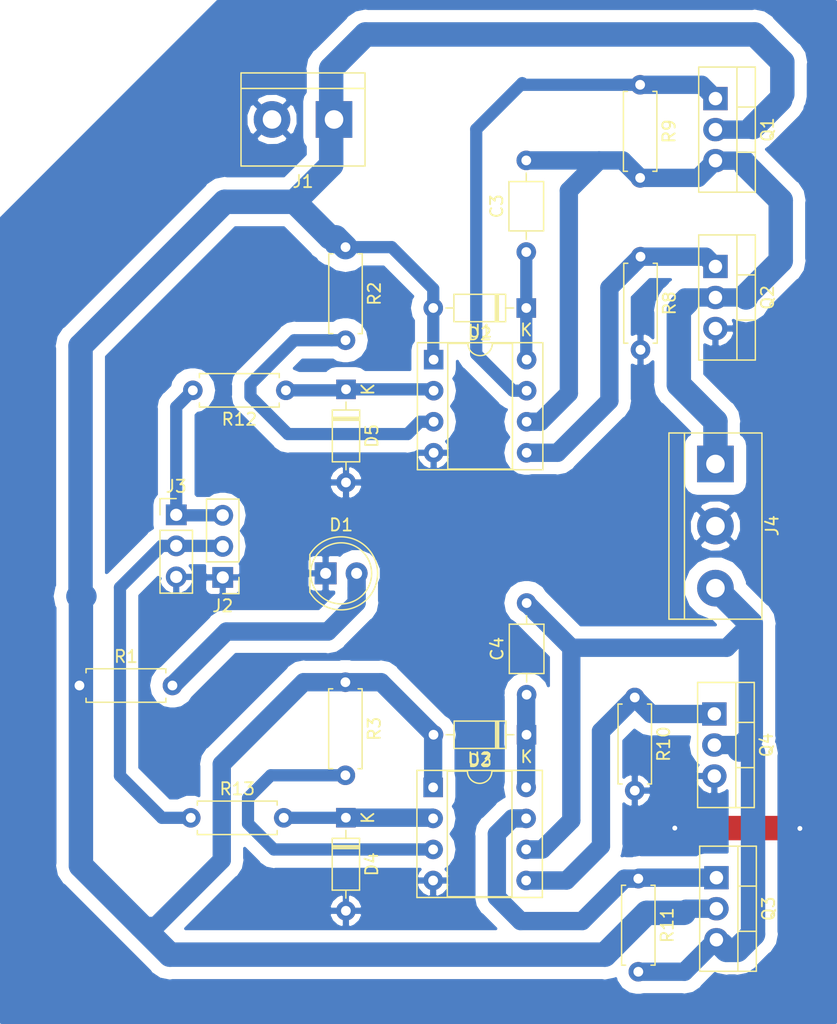
<source format=kicad_pcb>
(kicad_pcb (version 20171130) (host pcbnew "(5.0.1)-3")

  (general
    (thickness 1.6)
    (drawings 0)
    (tracks 161)
    (zones 0)
    (modules 26)
    (nets 18)
  )

  (page A4)
  (layers
    (0 F.Cu signal)
    (31 B.Cu signal)
    (32 B.Adhes user)
    (33 F.Adhes user)
    (34 B.Paste user)
    (35 F.Paste user)
    (36 B.SilkS user)
    (37 F.SilkS user)
    (38 B.Mask user)
    (39 F.Mask user)
    (40 Dwgs.User user)
    (41 Cmts.User user)
    (42 Eco1.User user)
    (43 Eco2.User user)
    (44 Edge.Cuts user)
    (45 Margin user)
    (46 B.CrtYd user)
    (47 F.CrtYd user)
    (48 B.Fab user)
    (49 F.Fab user)
  )

  (setup
    (last_trace_width 2)
    (user_trace_width 0.5)
    (user_trace_width 1)
    (user_trace_width 1.5)
    (user_trace_width 2)
    (trace_clearance 1)
    (zone_clearance 0.508)
    (zone_45_only no)
    (trace_min 0.5)
    (segment_width 0.2)
    (edge_width 0.1)
    (via_size 0.8)
    (via_drill 0.4)
    (via_min_size 0.4)
    (via_min_drill 0.3)
    (uvia_size 0.3)
    (uvia_drill 0.1)
    (uvias_allowed no)
    (uvia_min_size 0.2)
    (uvia_min_drill 0.1)
    (pcb_text_width 0.3)
    (pcb_text_size 1.5 1.5)
    (mod_edge_width 0.15)
    (mod_text_size 1 1)
    (mod_text_width 0.15)
    (pad_size 1.5 1.5)
    (pad_drill 0.6)
    (pad_to_mask_clearance 0)
    (solder_mask_min_width 0.25)
    (aux_axis_origin 0 0)
    (visible_elements 7FFFFFFF)
    (pcbplotparams
      (layerselection 0x010fc_ffffffff)
      (usegerberextensions false)
      (usegerberattributes false)
      (usegerberadvancedattributes false)
      (creategerberjobfile false)
      (excludeedgelayer true)
      (linewidth 0.100000)
      (plotframeref false)
      (viasonmask false)
      (mode 1)
      (useauxorigin false)
      (hpglpennumber 1)
      (hpglpenspeed 20)
      (hpglpendiameter 15.000000)
      (psnegative false)
      (psa4output false)
      (plotreference true)
      (plotvalue true)
      (plotinvisibletext false)
      (padsonsilk false)
      (subtractmaskfromsilk false)
      (outputformat 1)
      (mirror false)
      (drillshape 1)
      (scaleselection 1)
      (outputdirectory ""))
  )

  (net 0 "")
  (net 1 "Net-(C3-Pad2)")
  (net 2 "Net-(C3-Pad1)")
  (net 3 "Net-(C4-Pad1)")
  (net 4 "Net-(C4-Pad2)")
  (net 5 GND)
  (net 6 "Net-(D1-Pad2)")
  (net 7 VCC)
  (net 8 "Net-(D4-Pad1)")
  (net 9 "Net-(D5-Pad1)")
  (net 10 "Net-(J2-Pad2)")
  (net 11 "Net-(J2-Pad3)")
  (net 12 "Net-(Q1-Pad1)")
  (net 13 "Net-(Q2-Pad1)")
  (net 14 "Net-(Q3-Pad1)")
  (net 15 "Net-(Q4-Pad1)")
  (net 16 "Net-(R2-Pad2)")
  (net 17 "Net-(R3-Pad2)")

  (net_class Default "This is the default net class."
    (clearance 1)
    (trace_width 0.5)
    (via_dia 0.8)
    (via_drill 0.4)
    (uvia_dia 0.3)
    (uvia_drill 0.1)
    (diff_pair_gap 0.25)
    (diff_pair_width 0.5)
    (add_net GND)
    (add_net "Net-(C3-Pad1)")
    (add_net "Net-(C3-Pad2)")
    (add_net "Net-(C4-Pad1)")
    (add_net "Net-(C4-Pad2)")
    (add_net "Net-(D1-Pad2)")
    (add_net "Net-(D4-Pad1)")
    (add_net "Net-(D5-Pad1)")
    (add_net "Net-(J2-Pad2)")
    (add_net "Net-(J2-Pad3)")
    (add_net "Net-(Q1-Pad1)")
    (add_net "Net-(Q2-Pad1)")
    (add_net "Net-(Q3-Pad1)")
    (add_net "Net-(Q4-Pad1)")
    (add_net "Net-(R2-Pad2)")
    (add_net "Net-(R3-Pad2)")
    (add_net VCC)
  )

  (module Capacitor_THT:C_Axial_L3.8mm_D2.6mm_P7.50mm_Horizontal (layer F.Cu) (tedit 5AE50EF0) (tstamp 5D556AED)
    (at 142.18 86.67 90)
    (descr "C, Axial series, Axial, Horizontal, pin pitch=7.5mm, , length*diameter=3.8*2.6mm^2, http://www.vishay.com/docs/45231/arseries.pdf")
    (tags "C Axial series Axial Horizontal pin pitch 7.5mm  length 3.8mm diameter 2.6mm")
    (path /5D46EFF1)
    (fp_text reference C3 (at 3.75 -2.42 90) (layer F.SilkS)
      (effects (font (size 1 1) (thickness 0.15)))
    )
    (fp_text value CP1 (at 3.75 2.42 90) (layer F.Fab)
      (effects (font (size 1 1) (thickness 0.15)))
    )
    (fp_text user %R (at 3.75 0 90) (layer F.Fab)
      (effects (font (size 0.76 0.76) (thickness 0.114)))
    )
    (fp_line (start 8.55 -1.55) (end -1.05 -1.55) (layer F.CrtYd) (width 0.05))
    (fp_line (start 8.55 1.55) (end 8.55 -1.55) (layer F.CrtYd) (width 0.05))
    (fp_line (start -1.05 1.55) (end 8.55 1.55) (layer F.CrtYd) (width 0.05))
    (fp_line (start -1.05 -1.55) (end -1.05 1.55) (layer F.CrtYd) (width 0.05))
    (fp_line (start 6.46 0) (end 5.77 0) (layer F.SilkS) (width 0.12))
    (fp_line (start 1.04 0) (end 1.73 0) (layer F.SilkS) (width 0.12))
    (fp_line (start 5.77 -1.42) (end 1.73 -1.42) (layer F.SilkS) (width 0.12))
    (fp_line (start 5.77 1.42) (end 5.77 -1.42) (layer F.SilkS) (width 0.12))
    (fp_line (start 1.73 1.42) (end 5.77 1.42) (layer F.SilkS) (width 0.12))
    (fp_line (start 1.73 -1.42) (end 1.73 1.42) (layer F.SilkS) (width 0.12))
    (fp_line (start 7.5 0) (end 5.65 0) (layer F.Fab) (width 0.1))
    (fp_line (start 0 0) (end 1.85 0) (layer F.Fab) (width 0.1))
    (fp_line (start 5.65 -1.3) (end 1.85 -1.3) (layer F.Fab) (width 0.1))
    (fp_line (start 5.65 1.3) (end 5.65 -1.3) (layer F.Fab) (width 0.1))
    (fp_line (start 1.85 1.3) (end 5.65 1.3) (layer F.Fab) (width 0.1))
    (fp_line (start 1.85 -1.3) (end 1.85 1.3) (layer F.Fab) (width 0.1))
    (pad 2 thru_hole oval (at 7.5 0 90) (size 1.6 1.6) (drill 0.8) (layers *.Cu *.Mask)
      (net 1 "Net-(C3-Pad2)"))
    (pad 1 thru_hole circle (at 0 0 90) (size 1.6 1.6) (drill 0.8) (layers *.Cu *.Mask)
      (net 2 "Net-(C3-Pad1)"))
    (model ${KISYS3DMOD}/Capacitor_THT.3dshapes/C_Axial_L3.8mm_D2.6mm_P7.50mm_Horizontal.wrl
      (at (xyz 0 0 0))
      (scale (xyz 1 1 1))
      (rotate (xyz 0 0 0))
    )
  )

  (module Capacitor_THT:C_Axial_L3.8mm_D2.6mm_P7.50mm_Horizontal (layer F.Cu) (tedit 5AE50EF0) (tstamp 5D557DC2)
    (at 142.21 122.9 90)
    (descr "C, Axial series, Axial, Horizontal, pin pitch=7.5mm, , length*diameter=3.8*2.6mm^2, http://www.vishay.com/docs/45231/arseries.pdf")
    (tags "C Axial series Axial Horizontal pin pitch 7.5mm  length 3.8mm diameter 2.6mm")
    (path /5D47389C)
    (fp_text reference C4 (at 3.75 -2.42 90) (layer F.SilkS)
      (effects (font (size 1 1) (thickness 0.15)))
    )
    (fp_text value CP1 (at 3.75 2.42 90) (layer F.Fab)
      (effects (font (size 1 1) (thickness 0.15)))
    )
    (fp_line (start 1.85 -1.3) (end 1.85 1.3) (layer F.Fab) (width 0.1))
    (fp_line (start 1.85 1.3) (end 5.65 1.3) (layer F.Fab) (width 0.1))
    (fp_line (start 5.65 1.3) (end 5.65 -1.3) (layer F.Fab) (width 0.1))
    (fp_line (start 5.65 -1.3) (end 1.85 -1.3) (layer F.Fab) (width 0.1))
    (fp_line (start 0 0) (end 1.85 0) (layer F.Fab) (width 0.1))
    (fp_line (start 7.5 0) (end 5.65 0) (layer F.Fab) (width 0.1))
    (fp_line (start 1.73 -1.42) (end 1.73 1.42) (layer F.SilkS) (width 0.12))
    (fp_line (start 1.73 1.42) (end 5.77 1.42) (layer F.SilkS) (width 0.12))
    (fp_line (start 5.77 1.42) (end 5.77 -1.42) (layer F.SilkS) (width 0.12))
    (fp_line (start 5.77 -1.42) (end 1.73 -1.42) (layer F.SilkS) (width 0.12))
    (fp_line (start 1.04 0) (end 1.73 0) (layer F.SilkS) (width 0.12))
    (fp_line (start 6.46 0) (end 5.77 0) (layer F.SilkS) (width 0.12))
    (fp_line (start -1.05 -1.55) (end -1.05 1.55) (layer F.CrtYd) (width 0.05))
    (fp_line (start -1.05 1.55) (end 8.55 1.55) (layer F.CrtYd) (width 0.05))
    (fp_line (start 8.55 1.55) (end 8.55 -1.55) (layer F.CrtYd) (width 0.05))
    (fp_line (start 8.55 -1.55) (end -1.05 -1.55) (layer F.CrtYd) (width 0.05))
    (fp_text user %R (at 3.75 0 90) (layer F.Fab)
      (effects (font (size 0.76 0.76) (thickness 0.114)))
    )
    (pad 1 thru_hole circle (at 0 0 90) (size 1.6 1.6) (drill 0.8) (layers *.Cu *.Mask)
      (net 3 "Net-(C4-Pad1)"))
    (pad 2 thru_hole oval (at 7.5 0 90) (size 1.6 1.6) (drill 0.8) (layers *.Cu *.Mask)
      (net 4 "Net-(C4-Pad2)"))
    (model ${KISYS3DMOD}/Capacitor_THT.3dshapes/C_Axial_L3.8mm_D2.6mm_P7.50mm_Horizontal.wrl
      (at (xyz 0 0 0))
      (scale (xyz 1 1 1))
      (rotate (xyz 0 0 0))
    )
  )

  (module LED_THT:LED_D5.0mm (layer F.Cu) (tedit 5995936A) (tstamp 5D556205)
    (at 125.74 112.97)
    (descr "LED, diameter 5.0mm, 2 pins, http://cdn-reichelt.de/documents/datenblatt/A500/LL-504BC2E-009.pdf")
    (tags "LED diameter 5.0mm 2 pins")
    (path /5D48B44A)
    (fp_text reference D1 (at 1.27 -3.96) (layer F.SilkS)
      (effects (font (size 1 1) (thickness 0.15)))
    )
    (fp_text value LED (at 1.27 3.96) (layer F.Fab)
      (effects (font (size 1 1) (thickness 0.15)))
    )
    (fp_arc (start 1.27 0) (end -1.23 -1.469694) (angle 299.1) (layer F.Fab) (width 0.1))
    (fp_arc (start 1.27 0) (end -1.29 -1.54483) (angle 148.9) (layer F.SilkS) (width 0.12))
    (fp_arc (start 1.27 0) (end -1.29 1.54483) (angle -148.9) (layer F.SilkS) (width 0.12))
    (fp_circle (center 1.27 0) (end 3.77 0) (layer F.Fab) (width 0.1))
    (fp_circle (center 1.27 0) (end 3.77 0) (layer F.SilkS) (width 0.12))
    (fp_line (start -1.23 -1.469694) (end -1.23 1.469694) (layer F.Fab) (width 0.1))
    (fp_line (start -1.29 -1.545) (end -1.29 1.545) (layer F.SilkS) (width 0.12))
    (fp_line (start -1.95 -3.25) (end -1.95 3.25) (layer F.CrtYd) (width 0.05))
    (fp_line (start -1.95 3.25) (end 4.5 3.25) (layer F.CrtYd) (width 0.05))
    (fp_line (start 4.5 3.25) (end 4.5 -3.25) (layer F.CrtYd) (width 0.05))
    (fp_line (start 4.5 -3.25) (end -1.95 -3.25) (layer F.CrtYd) (width 0.05))
    (fp_text user %R (at 1.25 0) (layer F.Fab)
      (effects (font (size 0.8 0.8) (thickness 0.2)))
    )
    (pad 1 thru_hole rect (at 0 0) (size 1.8 1.8) (drill 0.9) (layers *.Cu *.Mask)
      (net 5 GND))
    (pad 2 thru_hole circle (at 2.54 0) (size 1.8 1.8) (drill 0.9) (layers *.Cu *.Mask)
      (net 6 "Net-(D1-Pad2)"))
    (model ${KISYS3DMOD}/LED_THT.3dshapes/LED_D5.0mm.wrl
      (at (xyz 0 0 0))
      (scale (xyz 1 1 1))
      (rotate (xyz 0 0 0))
    )
  )

  (module Diode_THT:D_DO-35_SOD27_P7.62mm_Horizontal (layer F.Cu) (tedit 5AE50CD5) (tstamp 5D556B91)
    (at 142.18 91.25 180)
    (descr "Diode, DO-35_SOD27 series, Axial, Horizontal, pin pitch=7.62mm, , length*diameter=4*2mm^2, , http://www.diodes.com/_files/packages/DO-35.pdf")
    (tags "Diode DO-35_SOD27 series Axial Horizontal pin pitch 7.62mm  length 4mm diameter 2mm")
    (path /5D48166B)
    (fp_text reference D2 (at 3.81 -2.12 180) (layer F.SilkS)
      (effects (font (size 1 1) (thickness 0.15)))
    )
    (fp_text value 1N4148 (at 3.81 2.12 180) (layer F.Fab)
      (effects (font (size 1 1) (thickness 0.15)))
    )
    (fp_line (start 1.81 -1) (end 1.81 1) (layer F.Fab) (width 0.1))
    (fp_line (start 1.81 1) (end 5.81 1) (layer F.Fab) (width 0.1))
    (fp_line (start 5.81 1) (end 5.81 -1) (layer F.Fab) (width 0.1))
    (fp_line (start 5.81 -1) (end 1.81 -1) (layer F.Fab) (width 0.1))
    (fp_line (start 0 0) (end 1.81 0) (layer F.Fab) (width 0.1))
    (fp_line (start 7.62 0) (end 5.81 0) (layer F.Fab) (width 0.1))
    (fp_line (start 2.41 -1) (end 2.41 1) (layer F.Fab) (width 0.1))
    (fp_line (start 2.51 -1) (end 2.51 1) (layer F.Fab) (width 0.1))
    (fp_line (start 2.31 -1) (end 2.31 1) (layer F.Fab) (width 0.1))
    (fp_line (start 1.69 -1.12) (end 1.69 1.12) (layer F.SilkS) (width 0.12))
    (fp_line (start 1.69 1.12) (end 5.93 1.12) (layer F.SilkS) (width 0.12))
    (fp_line (start 5.93 1.12) (end 5.93 -1.12) (layer F.SilkS) (width 0.12))
    (fp_line (start 5.93 -1.12) (end 1.69 -1.12) (layer F.SilkS) (width 0.12))
    (fp_line (start 1.04 0) (end 1.69 0) (layer F.SilkS) (width 0.12))
    (fp_line (start 6.58 0) (end 5.93 0) (layer F.SilkS) (width 0.12))
    (fp_line (start 2.41 -1.12) (end 2.41 1.12) (layer F.SilkS) (width 0.12))
    (fp_line (start 2.53 -1.12) (end 2.53 1.12) (layer F.SilkS) (width 0.12))
    (fp_line (start 2.29 -1.12) (end 2.29 1.12) (layer F.SilkS) (width 0.12))
    (fp_line (start -1.05 -1.25) (end -1.05 1.25) (layer F.CrtYd) (width 0.05))
    (fp_line (start -1.05 1.25) (end 8.67 1.25) (layer F.CrtYd) (width 0.05))
    (fp_line (start 8.67 1.25) (end 8.67 -1.25) (layer F.CrtYd) (width 0.05))
    (fp_line (start 8.67 -1.25) (end -1.05 -1.25) (layer F.CrtYd) (width 0.05))
    (fp_text user %R (at 4.11 0 180) (layer F.Fab)
      (effects (font (size 0.8 0.8) (thickness 0.12)))
    )
    (fp_text user K (at 0 -1.8 180) (layer F.Fab)
      (effects (font (size 1 1) (thickness 0.15)))
    )
    (fp_text user K (at 0 -1.8 180) (layer F.SilkS)
      (effects (font (size 1 1) (thickness 0.15)))
    )
    (pad 1 thru_hole rect (at 0 0 180) (size 1.6 1.6) (drill 0.8) (layers *.Cu *.Mask)
      (net 2 "Net-(C3-Pad1)"))
    (pad 2 thru_hole oval (at 7.62 0 180) (size 1.6 1.6) (drill 0.8) (layers *.Cu *.Mask)
      (net 7 VCC))
    (model ${KISYS3DMOD}/Diode_THT.3dshapes/D_DO-35_SOD27_P7.62mm_Horizontal.wrl
      (at (xyz 0 0 0))
      (scale (xyz 1 1 1))
      (rotate (xyz 0 0 0))
    )
  )

  (module Diode_THT:D_DO-35_SOD27_P7.62mm_Horizontal (layer F.Cu) (tedit 5AE50CD5) (tstamp 5D55769F)
    (at 142.2 126.18 180)
    (descr "Diode, DO-35_SOD27 series, Axial, Horizontal, pin pitch=7.62mm, , length*diameter=4*2mm^2, , http://www.diodes.com/_files/packages/DO-35.pdf")
    (tags "Diode DO-35_SOD27 series Axial Horizontal pin pitch 7.62mm  length 4mm diameter 2mm")
    (path /5D47FC48)
    (fp_text reference D3 (at 3.81 -2.12 180) (layer F.SilkS)
      (effects (font (size 1 1) (thickness 0.15)))
    )
    (fp_text value 1N4148 (at 3.81 2.12 180) (layer F.Fab)
      (effects (font (size 1 1) (thickness 0.15)))
    )
    (fp_text user K (at 0 -1.8 180) (layer F.SilkS)
      (effects (font (size 1 1) (thickness 0.15)))
    )
    (fp_text user K (at 0 -1.8 180) (layer F.Fab)
      (effects (font (size 1 1) (thickness 0.15)))
    )
    (fp_text user %R (at 4.11 0 180) (layer F.Fab)
      (effects (font (size 0.8 0.8) (thickness 0.12)))
    )
    (fp_line (start 8.67 -1.25) (end -1.05 -1.25) (layer F.CrtYd) (width 0.05))
    (fp_line (start 8.67 1.25) (end 8.67 -1.25) (layer F.CrtYd) (width 0.05))
    (fp_line (start -1.05 1.25) (end 8.67 1.25) (layer F.CrtYd) (width 0.05))
    (fp_line (start -1.05 -1.25) (end -1.05 1.25) (layer F.CrtYd) (width 0.05))
    (fp_line (start 2.29 -1.12) (end 2.29 1.12) (layer F.SilkS) (width 0.12))
    (fp_line (start 2.53 -1.12) (end 2.53 1.12) (layer F.SilkS) (width 0.12))
    (fp_line (start 2.41 -1.12) (end 2.41 1.12) (layer F.SilkS) (width 0.12))
    (fp_line (start 6.58 0) (end 5.93 0) (layer F.SilkS) (width 0.12))
    (fp_line (start 1.04 0) (end 1.69 0) (layer F.SilkS) (width 0.12))
    (fp_line (start 5.93 -1.12) (end 1.69 -1.12) (layer F.SilkS) (width 0.12))
    (fp_line (start 5.93 1.12) (end 5.93 -1.12) (layer F.SilkS) (width 0.12))
    (fp_line (start 1.69 1.12) (end 5.93 1.12) (layer F.SilkS) (width 0.12))
    (fp_line (start 1.69 -1.12) (end 1.69 1.12) (layer F.SilkS) (width 0.12))
    (fp_line (start 2.31 -1) (end 2.31 1) (layer F.Fab) (width 0.1))
    (fp_line (start 2.51 -1) (end 2.51 1) (layer F.Fab) (width 0.1))
    (fp_line (start 2.41 -1) (end 2.41 1) (layer F.Fab) (width 0.1))
    (fp_line (start 7.62 0) (end 5.81 0) (layer F.Fab) (width 0.1))
    (fp_line (start 0 0) (end 1.81 0) (layer F.Fab) (width 0.1))
    (fp_line (start 5.81 -1) (end 1.81 -1) (layer F.Fab) (width 0.1))
    (fp_line (start 5.81 1) (end 5.81 -1) (layer F.Fab) (width 0.1))
    (fp_line (start 1.81 1) (end 5.81 1) (layer F.Fab) (width 0.1))
    (fp_line (start 1.81 -1) (end 1.81 1) (layer F.Fab) (width 0.1))
    (pad 2 thru_hole oval (at 7.62 0 180) (size 1.6 1.6) (drill 0.8) (layers *.Cu *.Mask)
      (net 7 VCC))
    (pad 1 thru_hole rect (at 0 0 180) (size 1.6 1.6) (drill 0.8) (layers *.Cu *.Mask)
      (net 3 "Net-(C4-Pad1)"))
    (model ${KISYS3DMOD}/Diode_THT.3dshapes/D_DO-35_SOD27_P7.62mm_Horizontal.wrl
      (at (xyz 0 0 0))
      (scale (xyz 1 1 1))
      (rotate (xyz 0 0 0))
    )
  )

  (module Diode_THT:D_DO-35_SOD27_P7.62mm_Horizontal (layer F.Cu) (tedit 5AE50CD5) (tstamp 5D557645)
    (at 127.4 132.97 270)
    (descr "Diode, DO-35_SOD27 series, Axial, Horizontal, pin pitch=7.62mm, , length*diameter=4*2mm^2, , http://www.diodes.com/_files/packages/DO-35.pdf")
    (tags "Diode DO-35_SOD27 series Axial Horizontal pin pitch 7.62mm  length 4mm diameter 2mm")
    (path /5D49FD12)
    (fp_text reference D4 (at 3.81 -2.12 270) (layer F.SilkS)
      (effects (font (size 1 1) (thickness 0.15)))
    )
    (fp_text value D_Zener (at 3.81 2.12 270) (layer F.Fab)
      (effects (font (size 1 1) (thickness 0.15)))
    )
    (fp_line (start 1.81 -1) (end 1.81 1) (layer F.Fab) (width 0.1))
    (fp_line (start 1.81 1) (end 5.81 1) (layer F.Fab) (width 0.1))
    (fp_line (start 5.81 1) (end 5.81 -1) (layer F.Fab) (width 0.1))
    (fp_line (start 5.81 -1) (end 1.81 -1) (layer F.Fab) (width 0.1))
    (fp_line (start 0 0) (end 1.81 0) (layer F.Fab) (width 0.1))
    (fp_line (start 7.62 0) (end 5.81 0) (layer F.Fab) (width 0.1))
    (fp_line (start 2.41 -1) (end 2.41 1) (layer F.Fab) (width 0.1))
    (fp_line (start 2.51 -1) (end 2.51 1) (layer F.Fab) (width 0.1))
    (fp_line (start 2.31 -1) (end 2.31 1) (layer F.Fab) (width 0.1))
    (fp_line (start 1.69 -1.12) (end 1.69 1.12) (layer F.SilkS) (width 0.12))
    (fp_line (start 1.69 1.12) (end 5.93 1.12) (layer F.SilkS) (width 0.12))
    (fp_line (start 5.93 1.12) (end 5.93 -1.12) (layer F.SilkS) (width 0.12))
    (fp_line (start 5.93 -1.12) (end 1.69 -1.12) (layer F.SilkS) (width 0.12))
    (fp_line (start 1.04 0) (end 1.69 0) (layer F.SilkS) (width 0.12))
    (fp_line (start 6.58 0) (end 5.93 0) (layer F.SilkS) (width 0.12))
    (fp_line (start 2.41 -1.12) (end 2.41 1.12) (layer F.SilkS) (width 0.12))
    (fp_line (start 2.53 -1.12) (end 2.53 1.12) (layer F.SilkS) (width 0.12))
    (fp_line (start 2.29 -1.12) (end 2.29 1.12) (layer F.SilkS) (width 0.12))
    (fp_line (start -1.05 -1.25) (end -1.05 1.25) (layer F.CrtYd) (width 0.05))
    (fp_line (start -1.05 1.25) (end 8.67 1.25) (layer F.CrtYd) (width 0.05))
    (fp_line (start 8.67 1.25) (end 8.67 -1.25) (layer F.CrtYd) (width 0.05))
    (fp_line (start 8.67 -1.25) (end -1.05 -1.25) (layer F.CrtYd) (width 0.05))
    (fp_text user %R (at 4.11 0 270) (layer F.Fab)
      (effects (font (size 0.8 0.8) (thickness 0.12)))
    )
    (fp_text user K (at 0 -1.8 270) (layer F.Fab)
      (effects (font (size 1 1) (thickness 0.15)))
    )
    (fp_text user K (at 0 -1.8 270) (layer F.SilkS)
      (effects (font (size 1 1) (thickness 0.15)))
    )
    (pad 1 thru_hole rect (at 0 0 270) (size 1.6 1.6) (drill 0.8) (layers *.Cu *.Mask)
      (net 8 "Net-(D4-Pad1)"))
    (pad 2 thru_hole oval (at 7.62 0 270) (size 1.6 1.6) (drill 0.8) (layers *.Cu *.Mask)
      (net 5 GND))
    (model ${KISYS3DMOD}/Diode_THT.3dshapes/D_DO-35_SOD27_P7.62mm_Horizontal.wrl
      (at (xyz 0 0 0))
      (scale (xyz 1 1 1))
      (rotate (xyz 0 0 0))
    )
  )

  (module Diode_THT:D_DO-35_SOD27_P7.62mm_Horizontal (layer F.Cu) (tedit 5AE50CD5) (tstamp 5D556B37)
    (at 127.41 97.91 270)
    (descr "Diode, DO-35_SOD27 series, Axial, Horizontal, pin pitch=7.62mm, , length*diameter=4*2mm^2, , http://www.diodes.com/_files/packages/DO-35.pdf")
    (tags "Diode DO-35_SOD27 series Axial Horizontal pin pitch 7.62mm  length 4mm diameter 2mm")
    (path /5D49FB70)
    (fp_text reference D5 (at 3.81 -2.12 270) (layer F.SilkS)
      (effects (font (size 1 1) (thickness 0.15)))
    )
    (fp_text value D_Zener (at 3.81 2.12 270) (layer F.Fab)
      (effects (font (size 1 1) (thickness 0.15)))
    )
    (fp_text user K (at 0 -1.8 270) (layer F.SilkS)
      (effects (font (size 1 1) (thickness 0.15)))
    )
    (fp_text user K (at 0 -1.8 270) (layer F.Fab)
      (effects (font (size 1 1) (thickness 0.15)))
    )
    (fp_text user %R (at 4.11 0 270) (layer F.Fab)
      (effects (font (size 0.8 0.8) (thickness 0.12)))
    )
    (fp_line (start 8.67 -1.25) (end -1.05 -1.25) (layer F.CrtYd) (width 0.05))
    (fp_line (start 8.67 1.25) (end 8.67 -1.25) (layer F.CrtYd) (width 0.05))
    (fp_line (start -1.05 1.25) (end 8.67 1.25) (layer F.CrtYd) (width 0.05))
    (fp_line (start -1.05 -1.25) (end -1.05 1.25) (layer F.CrtYd) (width 0.05))
    (fp_line (start 2.29 -1.12) (end 2.29 1.12) (layer F.SilkS) (width 0.12))
    (fp_line (start 2.53 -1.12) (end 2.53 1.12) (layer F.SilkS) (width 0.12))
    (fp_line (start 2.41 -1.12) (end 2.41 1.12) (layer F.SilkS) (width 0.12))
    (fp_line (start 6.58 0) (end 5.93 0) (layer F.SilkS) (width 0.12))
    (fp_line (start 1.04 0) (end 1.69 0) (layer F.SilkS) (width 0.12))
    (fp_line (start 5.93 -1.12) (end 1.69 -1.12) (layer F.SilkS) (width 0.12))
    (fp_line (start 5.93 1.12) (end 5.93 -1.12) (layer F.SilkS) (width 0.12))
    (fp_line (start 1.69 1.12) (end 5.93 1.12) (layer F.SilkS) (width 0.12))
    (fp_line (start 1.69 -1.12) (end 1.69 1.12) (layer F.SilkS) (width 0.12))
    (fp_line (start 2.31 -1) (end 2.31 1) (layer F.Fab) (width 0.1))
    (fp_line (start 2.51 -1) (end 2.51 1) (layer F.Fab) (width 0.1))
    (fp_line (start 2.41 -1) (end 2.41 1) (layer F.Fab) (width 0.1))
    (fp_line (start 7.62 0) (end 5.81 0) (layer F.Fab) (width 0.1))
    (fp_line (start 0 0) (end 1.81 0) (layer F.Fab) (width 0.1))
    (fp_line (start 5.81 -1) (end 1.81 -1) (layer F.Fab) (width 0.1))
    (fp_line (start 5.81 1) (end 5.81 -1) (layer F.Fab) (width 0.1))
    (fp_line (start 1.81 1) (end 5.81 1) (layer F.Fab) (width 0.1))
    (fp_line (start 1.81 -1) (end 1.81 1) (layer F.Fab) (width 0.1))
    (pad 2 thru_hole oval (at 7.62 0 270) (size 1.6 1.6) (drill 0.8) (layers *.Cu *.Mask)
      (net 5 GND))
    (pad 1 thru_hole rect (at 0 0 270) (size 1.6 1.6) (drill 0.8) (layers *.Cu *.Mask)
      (net 9 "Net-(D5-Pad1)"))
    (model ${KISYS3DMOD}/Diode_THT.3dshapes/D_DO-35_SOD27_P7.62mm_Horizontal.wrl
      (at (xyz 0 0 0))
      (scale (xyz 1 1 1))
      (rotate (xyz 0 0 0))
    )
  )

  (module TerminalBlock:TerminalBlock_bornier-2_P5.08mm (layer F.Cu) (tedit 59FF03AB) (tstamp 5D556296)
    (at 126.4285 75.819 180)
    (descr "simple 2-pin terminal block, pitch 5.08mm, revamped version of bornier2")
    (tags "terminal block bornier2")
    (path /5D4852BD)
    (fp_text reference J1 (at 2.54 -5.08 180) (layer F.SilkS)
      (effects (font (size 1 1) (thickness 0.15)))
    )
    (fp_text value Screw_Terminal_01x02 (at 2.54 5.08 180) (layer F.Fab)
      (effects (font (size 1 1) (thickness 0.15)))
    )
    (fp_text user %R (at 2.54 0 180) (layer F.Fab)
      (effects (font (size 1 1) (thickness 0.15)))
    )
    (fp_line (start -2.41 2.55) (end 7.49 2.55) (layer F.Fab) (width 0.1))
    (fp_line (start -2.46 -3.75) (end -2.46 3.75) (layer F.Fab) (width 0.1))
    (fp_line (start -2.46 3.75) (end 7.54 3.75) (layer F.Fab) (width 0.1))
    (fp_line (start 7.54 3.75) (end 7.54 -3.75) (layer F.Fab) (width 0.1))
    (fp_line (start 7.54 -3.75) (end -2.46 -3.75) (layer F.Fab) (width 0.1))
    (fp_line (start 7.62 2.54) (end -2.54 2.54) (layer F.SilkS) (width 0.12))
    (fp_line (start 7.62 3.81) (end 7.62 -3.81) (layer F.SilkS) (width 0.12))
    (fp_line (start 7.62 -3.81) (end -2.54 -3.81) (layer F.SilkS) (width 0.12))
    (fp_line (start -2.54 -3.81) (end -2.54 3.81) (layer F.SilkS) (width 0.12))
    (fp_line (start -2.54 3.81) (end 7.62 3.81) (layer F.SilkS) (width 0.12))
    (fp_line (start -2.71 -4) (end 7.79 -4) (layer F.CrtYd) (width 0.05))
    (fp_line (start -2.71 -4) (end -2.71 4) (layer F.CrtYd) (width 0.05))
    (fp_line (start 7.79 4) (end 7.79 -4) (layer F.CrtYd) (width 0.05))
    (fp_line (start 7.79 4) (end -2.71 4) (layer F.CrtYd) (width 0.05))
    (pad 1 thru_hole rect (at 0 0 180) (size 3 3) (drill 1.52) (layers *.Cu *.Mask)
      (net 7 VCC))
    (pad 2 thru_hole circle (at 5.08 0 180) (size 3 3) (drill 1.52) (layers *.Cu *.Mask)
      (net 5 GND))
    (model ${KISYS3DMOD}/TerminalBlock.3dshapes/TerminalBlock_bornier-2_P5.08mm.wrl
      (offset (xyz 2.539999961853027 0 0))
      (scale (xyz 1 1 1))
      (rotate (xyz 0 0 0))
    )
  )

  (module Connector_PinHeader_2.54mm:PinHeader_1x03_P2.54mm_Vertical (layer F.Cu) (tedit 59FED5CC) (tstamp 5D5562AD)
    (at 117.31 113.3 180)
    (descr "Through hole straight pin header, 1x03, 2.54mm pitch, single row")
    (tags "Through hole pin header THT 1x03 2.54mm single row")
    (path /5D4926CF)
    (fp_text reference J2 (at 0 -2.33 180) (layer F.SilkS)
      (effects (font (size 1 1) (thickness 0.15)))
    )
    (fp_text value Conn_01x03_Female (at 0 7.41 180) (layer F.Fab)
      (effects (font (size 1 1) (thickness 0.15)))
    )
    (fp_line (start -0.635 -1.27) (end 1.27 -1.27) (layer F.Fab) (width 0.1))
    (fp_line (start 1.27 -1.27) (end 1.27 6.35) (layer F.Fab) (width 0.1))
    (fp_line (start 1.27 6.35) (end -1.27 6.35) (layer F.Fab) (width 0.1))
    (fp_line (start -1.27 6.35) (end -1.27 -0.635) (layer F.Fab) (width 0.1))
    (fp_line (start -1.27 -0.635) (end -0.635 -1.27) (layer F.Fab) (width 0.1))
    (fp_line (start -1.33 6.41) (end 1.33 6.41) (layer F.SilkS) (width 0.12))
    (fp_line (start -1.33 1.27) (end -1.33 6.41) (layer F.SilkS) (width 0.12))
    (fp_line (start 1.33 1.27) (end 1.33 6.41) (layer F.SilkS) (width 0.12))
    (fp_line (start -1.33 1.27) (end 1.33 1.27) (layer F.SilkS) (width 0.12))
    (fp_line (start -1.33 0) (end -1.33 -1.33) (layer F.SilkS) (width 0.12))
    (fp_line (start -1.33 -1.33) (end 0 -1.33) (layer F.SilkS) (width 0.12))
    (fp_line (start -1.8 -1.8) (end -1.8 6.85) (layer F.CrtYd) (width 0.05))
    (fp_line (start -1.8 6.85) (end 1.8 6.85) (layer F.CrtYd) (width 0.05))
    (fp_line (start 1.8 6.85) (end 1.8 -1.8) (layer F.CrtYd) (width 0.05))
    (fp_line (start 1.8 -1.8) (end -1.8 -1.8) (layer F.CrtYd) (width 0.05))
    (fp_text user %R (at 0 2.54 270) (layer F.Fab)
      (effects (font (size 1 1) (thickness 0.15)))
    )
    (pad 1 thru_hole rect (at 0 0 180) (size 1.7 1.7) (drill 1) (layers *.Cu *.Mask)
      (net 5 GND))
    (pad 2 thru_hole oval (at 0 2.54 180) (size 1.7 1.7) (drill 1) (layers *.Cu *.Mask)
      (net 10 "Net-(J2-Pad2)"))
    (pad 3 thru_hole oval (at 0 5.08 180) (size 1.7 1.7) (drill 1) (layers *.Cu *.Mask)
      (net 11 "Net-(J2-Pad3)"))
    (model ${KISYS3DMOD}/Connector_PinHeader_2.54mm.3dshapes/PinHeader_1x03_P2.54mm_Vertical.wrl
      (at (xyz 0 0 0))
      (scale (xyz 1 1 1))
      (rotate (xyz 0 0 0))
    )
  )

  (module Connector_PinHeader_2.54mm:PinHeader_1x03_P2.54mm_Vertical (layer F.Cu) (tedit 59FED5CC) (tstamp 5D5562C4)
    (at 113.5 108.18)
    (descr "Through hole straight pin header, 1x03, 2.54mm pitch, single row")
    (tags "Through hole pin header THT 1x03 2.54mm single row")
    (path /5D47CC69)
    (fp_text reference J3 (at 0 -2.33) (layer F.SilkS)
      (effects (font (size 1 1) (thickness 0.15)))
    )
    (fp_text value Conn_01x03_Male (at 0 7.41) (layer F.Fab)
      (effects (font (size 1 1) (thickness 0.15)))
    )
    (fp_text user %R (at 0 2.54 90) (layer F.Fab)
      (effects (font (size 1 1) (thickness 0.15)))
    )
    (fp_line (start 1.8 -1.8) (end -1.8 -1.8) (layer F.CrtYd) (width 0.05))
    (fp_line (start 1.8 6.85) (end 1.8 -1.8) (layer F.CrtYd) (width 0.05))
    (fp_line (start -1.8 6.85) (end 1.8 6.85) (layer F.CrtYd) (width 0.05))
    (fp_line (start -1.8 -1.8) (end -1.8 6.85) (layer F.CrtYd) (width 0.05))
    (fp_line (start -1.33 -1.33) (end 0 -1.33) (layer F.SilkS) (width 0.12))
    (fp_line (start -1.33 0) (end -1.33 -1.33) (layer F.SilkS) (width 0.12))
    (fp_line (start -1.33 1.27) (end 1.33 1.27) (layer F.SilkS) (width 0.12))
    (fp_line (start 1.33 1.27) (end 1.33 6.41) (layer F.SilkS) (width 0.12))
    (fp_line (start -1.33 1.27) (end -1.33 6.41) (layer F.SilkS) (width 0.12))
    (fp_line (start -1.33 6.41) (end 1.33 6.41) (layer F.SilkS) (width 0.12))
    (fp_line (start -1.27 -0.635) (end -0.635 -1.27) (layer F.Fab) (width 0.1))
    (fp_line (start -1.27 6.35) (end -1.27 -0.635) (layer F.Fab) (width 0.1))
    (fp_line (start 1.27 6.35) (end -1.27 6.35) (layer F.Fab) (width 0.1))
    (fp_line (start 1.27 -1.27) (end 1.27 6.35) (layer F.Fab) (width 0.1))
    (fp_line (start -0.635 -1.27) (end 1.27 -1.27) (layer F.Fab) (width 0.1))
    (pad 3 thru_hole oval (at 0 5.08) (size 1.7 1.7) (drill 1) (layers *.Cu *.Mask)
      (net 5 GND))
    (pad 2 thru_hole oval (at 0 2.54) (size 1.7 1.7) (drill 1) (layers *.Cu *.Mask)
      (net 10 "Net-(J2-Pad2)"))
    (pad 1 thru_hole rect (at 0 0) (size 1.7 1.7) (drill 1) (layers *.Cu *.Mask)
      (net 11 "Net-(J2-Pad3)"))
    (model ${KISYS3DMOD}/Connector_PinHeader_2.54mm.3dshapes/PinHeader_1x03_P2.54mm_Vertical.wrl
      (at (xyz 0 0 0))
      (scale (xyz 1 1 1))
      (rotate (xyz 0 0 0))
    )
  )

  (module TerminalBlock:TerminalBlock_bornier-3_P5.08mm (layer F.Cu) (tedit 59FF03B9) (tstamp 5D5562DA)
    (at 157.68 104.02 270)
    (descr "simple 3-pin terminal block, pitch 5.08mm, revamped version of bornier3")
    (tags "terminal block bornier3")
    (path /5D475EC9)
    (fp_text reference J4 (at 5.05 -4.65 270) (layer F.SilkS)
      (effects (font (size 1 1) (thickness 0.15)))
    )
    (fp_text value Screw_Terminal_01x03 (at 5.08 5.08 270) (layer F.Fab)
      (effects (font (size 1 1) (thickness 0.15)))
    )
    (fp_text user %R (at 5.08 0 270) (layer F.Fab)
      (effects (font (size 1 1) (thickness 0.15)))
    )
    (fp_line (start -2.47 2.55) (end 12.63 2.55) (layer F.Fab) (width 0.1))
    (fp_line (start -2.47 -3.75) (end 12.63 -3.75) (layer F.Fab) (width 0.1))
    (fp_line (start 12.63 -3.75) (end 12.63 3.75) (layer F.Fab) (width 0.1))
    (fp_line (start 12.63 3.75) (end -2.47 3.75) (layer F.Fab) (width 0.1))
    (fp_line (start -2.47 3.75) (end -2.47 -3.75) (layer F.Fab) (width 0.1))
    (fp_line (start -2.54 3.81) (end -2.54 -3.81) (layer F.SilkS) (width 0.12))
    (fp_line (start 12.7 3.81) (end 12.7 -3.81) (layer F.SilkS) (width 0.12))
    (fp_line (start -2.54 2.54) (end 12.7 2.54) (layer F.SilkS) (width 0.12))
    (fp_line (start -2.54 -3.81) (end 12.7 -3.81) (layer F.SilkS) (width 0.12))
    (fp_line (start -2.54 3.81) (end 12.7 3.81) (layer F.SilkS) (width 0.12))
    (fp_line (start -2.72 -4) (end 12.88 -4) (layer F.CrtYd) (width 0.05))
    (fp_line (start -2.72 -4) (end -2.72 4) (layer F.CrtYd) (width 0.05))
    (fp_line (start 12.88 4) (end 12.88 -4) (layer F.CrtYd) (width 0.05))
    (fp_line (start 12.88 4) (end -2.72 4) (layer F.CrtYd) (width 0.05))
    (pad 1 thru_hole rect (at 0 0 270) (size 3 3) (drill 1.52) (layers *.Cu *.Mask)
      (net 1 "Net-(C3-Pad2)"))
    (pad 2 thru_hole circle (at 5.08 0 270) (size 3 3) (drill 1.52) (layers *.Cu *.Mask)
      (net 5 GND))
    (pad 3 thru_hole circle (at 10.16 0 270) (size 3 3) (drill 1.52) (layers *.Cu *.Mask)
      (net 4 "Net-(C4-Pad2)"))
    (model ${KISYS3DMOD}/TerminalBlock.3dshapes/TerminalBlock_bornier-3_P5.08mm.wrl
      (offset (xyz 5.079999923706055 0 0))
      (scale (xyz 1 1 1))
      (rotate (xyz 0 0 0))
    )
  )

  (module Package_TO_SOT_THT:TO-220-3_Vertical (layer F.Cu) (tedit 5AC8BA0D) (tstamp 5D5562F4)
    (at 157.68 74.11 270)
    (descr "TO-220-3, Vertical, RM 2.54mm, see https://www.vishay.com/docs/66542/to-220-1.pdf")
    (tags "TO-220-3 Vertical RM 2.54mm")
    (path /5D46F5E8)
    (fp_text reference Q1 (at 2.54 -4.27 270) (layer F.SilkS)
      (effects (font (size 1 1) (thickness 0.15)))
    )
    (fp_text value IRF3205 (at 2.54 2.5 270) (layer F.Fab)
      (effects (font (size 1 1) (thickness 0.15)))
    )
    (fp_text user %R (at 2.54 -4.27 270) (layer F.Fab)
      (effects (font (size 1 1) (thickness 0.15)))
    )
    (fp_line (start 7.79 -3.4) (end -2.71 -3.4) (layer F.CrtYd) (width 0.05))
    (fp_line (start 7.79 1.51) (end 7.79 -3.4) (layer F.CrtYd) (width 0.05))
    (fp_line (start -2.71 1.51) (end 7.79 1.51) (layer F.CrtYd) (width 0.05))
    (fp_line (start -2.71 -3.4) (end -2.71 1.51) (layer F.CrtYd) (width 0.05))
    (fp_line (start 4.391 -3.27) (end 4.391 -1.76) (layer F.SilkS) (width 0.12))
    (fp_line (start 0.69 -3.27) (end 0.69 -1.76) (layer F.SilkS) (width 0.12))
    (fp_line (start -2.58 -1.76) (end 7.66 -1.76) (layer F.SilkS) (width 0.12))
    (fp_line (start 7.66 -3.27) (end 7.66 1.371) (layer F.SilkS) (width 0.12))
    (fp_line (start -2.58 -3.27) (end -2.58 1.371) (layer F.SilkS) (width 0.12))
    (fp_line (start -2.58 1.371) (end 7.66 1.371) (layer F.SilkS) (width 0.12))
    (fp_line (start -2.58 -3.27) (end 7.66 -3.27) (layer F.SilkS) (width 0.12))
    (fp_line (start 4.39 -3.15) (end 4.39 -1.88) (layer F.Fab) (width 0.1))
    (fp_line (start 0.69 -3.15) (end 0.69 -1.88) (layer F.Fab) (width 0.1))
    (fp_line (start -2.46 -1.88) (end 7.54 -1.88) (layer F.Fab) (width 0.1))
    (fp_line (start 7.54 -3.15) (end -2.46 -3.15) (layer F.Fab) (width 0.1))
    (fp_line (start 7.54 1.25) (end 7.54 -3.15) (layer F.Fab) (width 0.1))
    (fp_line (start -2.46 1.25) (end 7.54 1.25) (layer F.Fab) (width 0.1))
    (fp_line (start -2.46 -3.15) (end -2.46 1.25) (layer F.Fab) (width 0.1))
    (pad 3 thru_hole oval (at 5.08 0 270) (size 1.905 2) (drill 1.1) (layers *.Cu *.Mask)
      (net 1 "Net-(C3-Pad2)"))
    (pad 2 thru_hole oval (at 2.54 0 270) (size 1.905 2) (drill 1.1) (layers *.Cu *.Mask)
      (net 7 VCC))
    (pad 1 thru_hole rect (at 0 0 270) (size 1.905 2) (drill 1.1) (layers *.Cu *.Mask)
      (net 12 "Net-(Q1-Pad1)"))
    (model ${KISYS3DMOD}/Package_TO_SOT_THT.3dshapes/TO-220-3_Vertical.wrl
      (at (xyz 0 0 0))
      (scale (xyz 1 1 1))
      (rotate (xyz 0 0 0))
    )
  )

  (module Package_TO_SOT_THT:TO-220-3_Vertical (layer F.Cu) (tedit 5AC8BA0D) (tstamp 5D55630E)
    (at 157.68 87.85 270)
    (descr "TO-220-3, Vertical, RM 2.54mm, see https://www.vishay.com/docs/66542/to-220-1.pdf")
    (tags "TO-220-3 Vertical RM 2.54mm")
    (path /5D46F67C)
    (fp_text reference Q2 (at 2.54 -4.27 270) (layer F.SilkS)
      (effects (font (size 1 1) (thickness 0.15)))
    )
    (fp_text value IRF3205 (at 2.54 2.5 270) (layer F.Fab)
      (effects (font (size 1 1) (thickness 0.15)))
    )
    (fp_line (start -2.46 -3.15) (end -2.46 1.25) (layer F.Fab) (width 0.1))
    (fp_line (start -2.46 1.25) (end 7.54 1.25) (layer F.Fab) (width 0.1))
    (fp_line (start 7.54 1.25) (end 7.54 -3.15) (layer F.Fab) (width 0.1))
    (fp_line (start 7.54 -3.15) (end -2.46 -3.15) (layer F.Fab) (width 0.1))
    (fp_line (start -2.46 -1.88) (end 7.54 -1.88) (layer F.Fab) (width 0.1))
    (fp_line (start 0.69 -3.15) (end 0.69 -1.88) (layer F.Fab) (width 0.1))
    (fp_line (start 4.39 -3.15) (end 4.39 -1.88) (layer F.Fab) (width 0.1))
    (fp_line (start -2.58 -3.27) (end 7.66 -3.27) (layer F.SilkS) (width 0.12))
    (fp_line (start -2.58 1.371) (end 7.66 1.371) (layer F.SilkS) (width 0.12))
    (fp_line (start -2.58 -3.27) (end -2.58 1.371) (layer F.SilkS) (width 0.12))
    (fp_line (start 7.66 -3.27) (end 7.66 1.371) (layer F.SilkS) (width 0.12))
    (fp_line (start -2.58 -1.76) (end 7.66 -1.76) (layer F.SilkS) (width 0.12))
    (fp_line (start 0.69 -3.27) (end 0.69 -1.76) (layer F.SilkS) (width 0.12))
    (fp_line (start 4.391 -3.27) (end 4.391 -1.76) (layer F.SilkS) (width 0.12))
    (fp_line (start -2.71 -3.4) (end -2.71 1.51) (layer F.CrtYd) (width 0.05))
    (fp_line (start -2.71 1.51) (end 7.79 1.51) (layer F.CrtYd) (width 0.05))
    (fp_line (start 7.79 1.51) (end 7.79 -3.4) (layer F.CrtYd) (width 0.05))
    (fp_line (start 7.79 -3.4) (end -2.71 -3.4) (layer F.CrtYd) (width 0.05))
    (fp_text user %R (at 2.54 -4.27 270) (layer F.Fab)
      (effects (font (size 1 1) (thickness 0.15)))
    )
    (pad 1 thru_hole rect (at 0 0 270) (size 1.905 2) (drill 1.1) (layers *.Cu *.Mask)
      (net 13 "Net-(Q2-Pad1)"))
    (pad 2 thru_hole oval (at 2.54 0 270) (size 1.905 2) (drill 1.1) (layers *.Cu *.Mask)
      (net 1 "Net-(C3-Pad2)"))
    (pad 3 thru_hole oval (at 5.08 0 270) (size 1.905 2) (drill 1.1) (layers *.Cu *.Mask)
      (net 5 GND))
    (model ${KISYS3DMOD}/Package_TO_SOT_THT.3dshapes/TO-220-3_Vertical.wrl
      (at (xyz 0 0 0))
      (scale (xyz 1 1 1))
      (rotate (xyz 0 0 0))
    )
  )

  (module Package_TO_SOT_THT:TO-220-3_Vertical (layer F.Cu) (tedit 5AC8BA0D) (tstamp 5D55747B)
    (at 157.76 137.88 270)
    (descr "TO-220-3, Vertical, RM 2.54mm, see https://www.vishay.com/docs/66542/to-220-1.pdf")
    (tags "TO-220-3 Vertical RM 2.54mm")
    (path /5D4738B7)
    (fp_text reference Q3 (at 2.54 -4.27 270) (layer F.SilkS)
      (effects (font (size 1 1) (thickness 0.15)))
    )
    (fp_text value IRF3205 (at 2.54 2.5 270) (layer F.Fab)
      (effects (font (size 1 1) (thickness 0.15)))
    )
    (fp_text user %R (at 2.54 -4.27 270) (layer F.Fab)
      (effects (font (size 1 1) (thickness 0.15)))
    )
    (fp_line (start 7.79 -3.4) (end -2.71 -3.4) (layer F.CrtYd) (width 0.05))
    (fp_line (start 7.79 1.51) (end 7.79 -3.4) (layer F.CrtYd) (width 0.05))
    (fp_line (start -2.71 1.51) (end 7.79 1.51) (layer F.CrtYd) (width 0.05))
    (fp_line (start -2.71 -3.4) (end -2.71 1.51) (layer F.CrtYd) (width 0.05))
    (fp_line (start 4.391 -3.27) (end 4.391 -1.76) (layer F.SilkS) (width 0.12))
    (fp_line (start 0.69 -3.27) (end 0.69 -1.76) (layer F.SilkS) (width 0.12))
    (fp_line (start -2.58 -1.76) (end 7.66 -1.76) (layer F.SilkS) (width 0.12))
    (fp_line (start 7.66 -3.27) (end 7.66 1.371) (layer F.SilkS) (width 0.12))
    (fp_line (start -2.58 -3.27) (end -2.58 1.371) (layer F.SilkS) (width 0.12))
    (fp_line (start -2.58 1.371) (end 7.66 1.371) (layer F.SilkS) (width 0.12))
    (fp_line (start -2.58 -3.27) (end 7.66 -3.27) (layer F.SilkS) (width 0.12))
    (fp_line (start 4.39 -3.15) (end 4.39 -1.88) (layer F.Fab) (width 0.1))
    (fp_line (start 0.69 -3.15) (end 0.69 -1.88) (layer F.Fab) (width 0.1))
    (fp_line (start -2.46 -1.88) (end 7.54 -1.88) (layer F.Fab) (width 0.1))
    (fp_line (start 7.54 -3.15) (end -2.46 -3.15) (layer F.Fab) (width 0.1))
    (fp_line (start 7.54 1.25) (end 7.54 -3.15) (layer F.Fab) (width 0.1))
    (fp_line (start -2.46 1.25) (end 7.54 1.25) (layer F.Fab) (width 0.1))
    (fp_line (start -2.46 -3.15) (end -2.46 1.25) (layer F.Fab) (width 0.1))
    (pad 3 thru_hole oval (at 5.08 0 270) (size 1.905 2) (drill 1.1) (layers *.Cu *.Mask)
      (net 4 "Net-(C4-Pad2)"))
    (pad 2 thru_hole oval (at 2.54 0 270) (size 1.905 2) (drill 1.1) (layers *.Cu *.Mask)
      (net 7 VCC))
    (pad 1 thru_hole rect (at 0 0 270) (size 1.905 2) (drill 1.1) (layers *.Cu *.Mask)
      (net 14 "Net-(Q3-Pad1)"))
    (model ${KISYS3DMOD}/Package_TO_SOT_THT.3dshapes/TO-220-3_Vertical.wrl
      (at (xyz 0 0 0))
      (scale (xyz 1 1 1))
      (rotate (xyz 0 0 0))
    )
  )

  (module Package_TO_SOT_THT:TO-220-3_Vertical (layer F.Cu) (tedit 5AC8BA0D) (tstamp 5D55875B)
    (at 157.59 124.48 270)
    (descr "TO-220-3, Vertical, RM 2.54mm, see https://www.vishay.com/docs/66542/to-220-1.pdf")
    (tags "TO-220-3 Vertical RM 2.54mm")
    (path /5D4738BE)
    (fp_text reference Q4 (at 2.54 -4.27 270) (layer F.SilkS)
      (effects (font (size 1 1) (thickness 0.15)))
    )
    (fp_text value IRF3205 (at 2.54 2.5 270) (layer F.Fab)
      (effects (font (size 1 1) (thickness 0.15)))
    )
    (fp_line (start -2.46 -3.15) (end -2.46 1.25) (layer F.Fab) (width 0.1))
    (fp_line (start -2.46 1.25) (end 7.54 1.25) (layer F.Fab) (width 0.1))
    (fp_line (start 7.54 1.25) (end 7.54 -3.15) (layer F.Fab) (width 0.1))
    (fp_line (start 7.54 -3.15) (end -2.46 -3.15) (layer F.Fab) (width 0.1))
    (fp_line (start -2.46 -1.88) (end 7.54 -1.88) (layer F.Fab) (width 0.1))
    (fp_line (start 0.69 -3.15) (end 0.69 -1.88) (layer F.Fab) (width 0.1))
    (fp_line (start 4.39 -3.15) (end 4.39 -1.88) (layer F.Fab) (width 0.1))
    (fp_line (start -2.58 -3.27) (end 7.66 -3.27) (layer F.SilkS) (width 0.12))
    (fp_line (start -2.58 1.371) (end 7.66 1.371) (layer F.SilkS) (width 0.12))
    (fp_line (start -2.58 -3.27) (end -2.58 1.371) (layer F.SilkS) (width 0.12))
    (fp_line (start 7.66 -3.27) (end 7.66 1.371) (layer F.SilkS) (width 0.12))
    (fp_line (start -2.58 -1.76) (end 7.66 -1.76) (layer F.SilkS) (width 0.12))
    (fp_line (start 0.69 -3.27) (end 0.69 -1.76) (layer F.SilkS) (width 0.12))
    (fp_line (start 4.391 -3.27) (end 4.391 -1.76) (layer F.SilkS) (width 0.12))
    (fp_line (start -2.71 -3.4) (end -2.71 1.51) (layer F.CrtYd) (width 0.05))
    (fp_line (start -2.71 1.51) (end 7.79 1.51) (layer F.CrtYd) (width 0.05))
    (fp_line (start 7.79 1.51) (end 7.79 -3.4) (layer F.CrtYd) (width 0.05))
    (fp_line (start 7.79 -3.4) (end -2.71 -3.4) (layer F.CrtYd) (width 0.05))
    (fp_text user %R (at 2.54 -4.27 270) (layer F.Fab)
      (effects (font (size 1 1) (thickness 0.15)))
    )
    (pad 1 thru_hole rect (at 0 0 270) (size 1.905 2) (drill 1.1) (layers *.Cu *.Mask)
      (net 15 "Net-(Q4-Pad1)"))
    (pad 2 thru_hole oval (at 2.54 0 270) (size 1.905 2) (drill 1.1) (layers *.Cu *.Mask)
      (net 4 "Net-(C4-Pad2)"))
    (pad 3 thru_hole oval (at 5.08 0 270) (size 1.905 2) (drill 1.1) (layers *.Cu *.Mask)
      (net 5 GND))
    (model ${KISYS3DMOD}/Package_TO_SOT_THT.3dshapes/TO-220-3_Vertical.wrl
      (at (xyz 0 0 0))
      (scale (xyz 1 1 1))
      (rotate (xyz 0 0 0))
    )
  )

  (module Resistor_THT:R_Axial_DIN0207_L6.3mm_D2.5mm_P7.62mm_Horizontal (layer F.Cu) (tedit 5AE5139B) (tstamp 5D55718A)
    (at 105.57 122.15)
    (descr "Resistor, Axial_DIN0207 series, Axial, Horizontal, pin pitch=7.62mm, 0.25W = 1/4W, length*diameter=6.3*2.5mm^2, http://cdn-reichelt.de/documents/datenblatt/B400/1_4W%23YAG.pdf")
    (tags "Resistor Axial_DIN0207 series Axial Horizontal pin pitch 7.62mm 0.25W = 1/4W length 6.3mm diameter 2.5mm")
    (path /5D48B556)
    (fp_text reference R1 (at 3.81 -2.37) (layer F.SilkS)
      (effects (font (size 1 1) (thickness 0.15)))
    )
    (fp_text value 5k (at 3.81 2.37) (layer F.Fab)
      (effects (font (size 1 1) (thickness 0.15)))
    )
    (fp_line (start 0.66 -1.25) (end 0.66 1.25) (layer F.Fab) (width 0.1))
    (fp_line (start 0.66 1.25) (end 6.96 1.25) (layer F.Fab) (width 0.1))
    (fp_line (start 6.96 1.25) (end 6.96 -1.25) (layer F.Fab) (width 0.1))
    (fp_line (start 6.96 -1.25) (end 0.66 -1.25) (layer F.Fab) (width 0.1))
    (fp_line (start 0 0) (end 0.66 0) (layer F.Fab) (width 0.1))
    (fp_line (start 7.62 0) (end 6.96 0) (layer F.Fab) (width 0.1))
    (fp_line (start 0.54 -1.04) (end 0.54 -1.37) (layer F.SilkS) (width 0.12))
    (fp_line (start 0.54 -1.37) (end 7.08 -1.37) (layer F.SilkS) (width 0.12))
    (fp_line (start 7.08 -1.37) (end 7.08 -1.04) (layer F.SilkS) (width 0.12))
    (fp_line (start 0.54 1.04) (end 0.54 1.37) (layer F.SilkS) (width 0.12))
    (fp_line (start 0.54 1.37) (end 7.08 1.37) (layer F.SilkS) (width 0.12))
    (fp_line (start 7.08 1.37) (end 7.08 1.04) (layer F.SilkS) (width 0.12))
    (fp_line (start -1.05 -1.5) (end -1.05 1.5) (layer F.CrtYd) (width 0.05))
    (fp_line (start -1.05 1.5) (end 8.67 1.5) (layer F.CrtYd) (width 0.05))
    (fp_line (start 8.67 1.5) (end 8.67 -1.5) (layer F.CrtYd) (width 0.05))
    (fp_line (start 8.67 -1.5) (end -1.05 -1.5) (layer F.CrtYd) (width 0.05))
    (fp_text user %R (at 3.81 0) (layer F.Fab)
      (effects (font (size 1 1) (thickness 0.15)))
    )
    (pad 1 thru_hole circle (at 0 0) (size 1.6 1.6) (drill 0.8) (layers *.Cu *.Mask)
      (net 7 VCC))
    (pad 2 thru_hole oval (at 7.62 0) (size 1.6 1.6) (drill 0.8) (layers *.Cu *.Mask)
      (net 6 "Net-(D1-Pad2)"))
    (model ${KISYS3DMOD}/Resistor_THT.3dshapes/R_Axial_DIN0207_L6.3mm_D2.5mm_P7.62mm_Horizontal.wrl
      (at (xyz 0 0 0))
      (scale (xyz 1 1 1))
      (rotate (xyz 0 0 0))
    )
  )

  (module Resistor_THT:R_Axial_DIN0207_L6.3mm_D2.5mm_P7.62mm_Horizontal (layer F.Cu) (tedit 5AE5139B) (tstamp 5D556A42)
    (at 127.37 86.27 270)
    (descr "Resistor, Axial_DIN0207 series, Axial, Horizontal, pin pitch=7.62mm, 0.25W = 1/4W, length*diameter=6.3*2.5mm^2, http://cdn-reichelt.de/documents/datenblatt/B400/1_4W%23YAG.pdf")
    (tags "Resistor Axial_DIN0207 series Axial Horizontal pin pitch 7.62mm 0.25W = 1/4W length 6.3mm diameter 2.5mm")
    (path /5D471D48)
    (fp_text reference R2 (at 3.81 -2.37 270) (layer F.SilkS)
      (effects (font (size 1 1) (thickness 0.15)))
    )
    (fp_text value 10k (at 3.81 2.37 270) (layer F.Fab)
      (effects (font (size 1 1) (thickness 0.15)))
    )
    (fp_text user %R (at 3.81 0 270) (layer F.Fab)
      (effects (font (size 1 1) (thickness 0.15)))
    )
    (fp_line (start 8.67 -1.5) (end -1.05 -1.5) (layer F.CrtYd) (width 0.05))
    (fp_line (start 8.67 1.5) (end 8.67 -1.5) (layer F.CrtYd) (width 0.05))
    (fp_line (start -1.05 1.5) (end 8.67 1.5) (layer F.CrtYd) (width 0.05))
    (fp_line (start -1.05 -1.5) (end -1.05 1.5) (layer F.CrtYd) (width 0.05))
    (fp_line (start 7.08 1.37) (end 7.08 1.04) (layer F.SilkS) (width 0.12))
    (fp_line (start 0.54 1.37) (end 7.08 1.37) (layer F.SilkS) (width 0.12))
    (fp_line (start 0.54 1.04) (end 0.54 1.37) (layer F.SilkS) (width 0.12))
    (fp_line (start 7.08 -1.37) (end 7.08 -1.04) (layer F.SilkS) (width 0.12))
    (fp_line (start 0.54 -1.37) (end 7.08 -1.37) (layer F.SilkS) (width 0.12))
    (fp_line (start 0.54 -1.04) (end 0.54 -1.37) (layer F.SilkS) (width 0.12))
    (fp_line (start 7.62 0) (end 6.96 0) (layer F.Fab) (width 0.1))
    (fp_line (start 0 0) (end 0.66 0) (layer F.Fab) (width 0.1))
    (fp_line (start 6.96 -1.25) (end 0.66 -1.25) (layer F.Fab) (width 0.1))
    (fp_line (start 6.96 1.25) (end 6.96 -1.25) (layer F.Fab) (width 0.1))
    (fp_line (start 0.66 1.25) (end 6.96 1.25) (layer F.Fab) (width 0.1))
    (fp_line (start 0.66 -1.25) (end 0.66 1.25) (layer F.Fab) (width 0.1))
    (pad 2 thru_hole oval (at 7.62 0 270) (size 1.6 1.6) (drill 0.8) (layers *.Cu *.Mask)
      (net 16 "Net-(R2-Pad2)"))
    (pad 1 thru_hole circle (at 0 0 270) (size 1.6 1.6) (drill 0.8) (layers *.Cu *.Mask)
      (net 7 VCC))
    (model ${KISYS3DMOD}/Resistor_THT.3dshapes/R_Axial_DIN0207_L6.3mm_D2.5mm_P7.62mm_Horizontal.wrl
      (at (xyz 0 0 0))
      (scale (xyz 1 1 1))
      (rotate (xyz 0 0 0))
    )
  )

  (module Resistor_THT:R_Axial_DIN0207_L6.3mm_D2.5mm_P7.62mm_Horizontal (layer F.Cu) (tedit 5AE5139B) (tstamp 5D557505)
    (at 127.36 121.88 270)
    (descr "Resistor, Axial_DIN0207 series, Axial, Horizontal, pin pitch=7.62mm, 0.25W = 1/4W, length*diameter=6.3*2.5mm^2, http://cdn-reichelt.de/documents/datenblatt/B400/1_4W%23YAG.pdf")
    (tags "Resistor Axial_DIN0207 series Axial Horizontal pin pitch 7.62mm 0.25W = 1/4W length 6.3mm diameter 2.5mm")
    (path /5D4738F1)
    (fp_text reference R3 (at 3.81 -2.37 270) (layer F.SilkS)
      (effects (font (size 1 1) (thickness 0.15)))
    )
    (fp_text value 10k (at 3.81 2.37 270) (layer F.Fab)
      (effects (font (size 1 1) (thickness 0.15)))
    )
    (fp_text user %R (at 3.81 0 270) (layer F.Fab)
      (effects (font (size 1 1) (thickness 0.15)))
    )
    (fp_line (start 8.67 -1.5) (end -1.05 -1.5) (layer F.CrtYd) (width 0.05))
    (fp_line (start 8.67 1.5) (end 8.67 -1.5) (layer F.CrtYd) (width 0.05))
    (fp_line (start -1.05 1.5) (end 8.67 1.5) (layer F.CrtYd) (width 0.05))
    (fp_line (start -1.05 -1.5) (end -1.05 1.5) (layer F.CrtYd) (width 0.05))
    (fp_line (start 7.08 1.37) (end 7.08 1.04) (layer F.SilkS) (width 0.12))
    (fp_line (start 0.54 1.37) (end 7.08 1.37) (layer F.SilkS) (width 0.12))
    (fp_line (start 0.54 1.04) (end 0.54 1.37) (layer F.SilkS) (width 0.12))
    (fp_line (start 7.08 -1.37) (end 7.08 -1.04) (layer F.SilkS) (width 0.12))
    (fp_line (start 0.54 -1.37) (end 7.08 -1.37) (layer F.SilkS) (width 0.12))
    (fp_line (start 0.54 -1.04) (end 0.54 -1.37) (layer F.SilkS) (width 0.12))
    (fp_line (start 7.62 0) (end 6.96 0) (layer F.Fab) (width 0.1))
    (fp_line (start 0 0) (end 0.66 0) (layer F.Fab) (width 0.1))
    (fp_line (start 6.96 -1.25) (end 0.66 -1.25) (layer F.Fab) (width 0.1))
    (fp_line (start 6.96 1.25) (end 6.96 -1.25) (layer F.Fab) (width 0.1))
    (fp_line (start 0.66 1.25) (end 6.96 1.25) (layer F.Fab) (width 0.1))
    (fp_line (start 0.66 -1.25) (end 0.66 1.25) (layer F.Fab) (width 0.1))
    (pad 2 thru_hole oval (at 7.62 0 270) (size 1.6 1.6) (drill 0.8) (layers *.Cu *.Mask)
      (net 17 "Net-(R3-Pad2)"))
    (pad 1 thru_hole circle (at 0 0 270) (size 1.6 1.6) (drill 0.8) (layers *.Cu *.Mask)
      (net 7 VCC))
    (model ${KISYS3DMOD}/Resistor_THT.3dshapes/R_Axial_DIN0207_L6.3mm_D2.5mm_P7.62mm_Horizontal.wrl
      (at (xyz 0 0 0))
      (scale (xyz 1 1 1))
      (rotate (xyz 0 0 0))
    )
  )

  (module Resistor_THT:R_Axial_DIN0207_L6.3mm_D2.5mm_P7.62mm_Horizontal (layer F.Cu) (tedit 5AE5139B) (tstamp 5D55639E)
    (at 151.54 87.05 270)
    (descr "Resistor, Axial_DIN0207 series, Axial, Horizontal, pin pitch=7.62mm, 0.25W = 1/4W, length*diameter=6.3*2.5mm^2, http://cdn-reichelt.de/documents/datenblatt/B400/1_4W%23YAG.pdf")
    (tags "Resistor Axial_DIN0207 series Axial Horizontal pin pitch 7.62mm 0.25W = 1/4W length 6.3mm diameter 2.5mm")
    (path /5D487E25)
    (fp_text reference R8 (at 3.81 -2.37 270) (layer F.SilkS)
      (effects (font (size 1 1) (thickness 0.15)))
    )
    (fp_text value 1k (at 3.81 2.37 270) (layer F.Fab)
      (effects (font (size 1 1) (thickness 0.15)))
    )
    (fp_line (start 0.66 -1.25) (end 0.66 1.25) (layer F.Fab) (width 0.1))
    (fp_line (start 0.66 1.25) (end 6.96 1.25) (layer F.Fab) (width 0.1))
    (fp_line (start 6.96 1.25) (end 6.96 -1.25) (layer F.Fab) (width 0.1))
    (fp_line (start 6.96 -1.25) (end 0.66 -1.25) (layer F.Fab) (width 0.1))
    (fp_line (start 0 0) (end 0.66 0) (layer F.Fab) (width 0.1))
    (fp_line (start 7.62 0) (end 6.96 0) (layer F.Fab) (width 0.1))
    (fp_line (start 0.54 -1.04) (end 0.54 -1.37) (layer F.SilkS) (width 0.12))
    (fp_line (start 0.54 -1.37) (end 7.08 -1.37) (layer F.SilkS) (width 0.12))
    (fp_line (start 7.08 -1.37) (end 7.08 -1.04) (layer F.SilkS) (width 0.12))
    (fp_line (start 0.54 1.04) (end 0.54 1.37) (layer F.SilkS) (width 0.12))
    (fp_line (start 0.54 1.37) (end 7.08 1.37) (layer F.SilkS) (width 0.12))
    (fp_line (start 7.08 1.37) (end 7.08 1.04) (layer F.SilkS) (width 0.12))
    (fp_line (start -1.05 -1.5) (end -1.05 1.5) (layer F.CrtYd) (width 0.05))
    (fp_line (start -1.05 1.5) (end 8.67 1.5) (layer F.CrtYd) (width 0.05))
    (fp_line (start 8.67 1.5) (end 8.67 -1.5) (layer F.CrtYd) (width 0.05))
    (fp_line (start 8.67 -1.5) (end -1.05 -1.5) (layer F.CrtYd) (width 0.05))
    (fp_text user %R (at 3.81 0 270) (layer F.Fab)
      (effects (font (size 1 1) (thickness 0.15)))
    )
    (pad 1 thru_hole circle (at 0 0 270) (size 1.6 1.6) (drill 0.8) (layers *.Cu *.Mask)
      (net 13 "Net-(Q2-Pad1)"))
    (pad 2 thru_hole oval (at 7.62 0 270) (size 1.6 1.6) (drill 0.8) (layers *.Cu *.Mask)
      (net 5 GND))
    (model ${KISYS3DMOD}/Resistor_THT.3dshapes/R_Axial_DIN0207_L6.3mm_D2.5mm_P7.62mm_Horizontal.wrl
      (at (xyz 0 0 0))
      (scale (xyz 1 1 1))
      (rotate (xyz 0 0 0))
    )
  )

  (module Resistor_THT:R_Axial_DIN0207_L6.3mm_D2.5mm_P7.62mm_Horizontal (layer F.Cu) (tedit 5AE5139B) (tstamp 5D5563B5)
    (at 151.51 72.98 270)
    (descr "Resistor, Axial_DIN0207 series, Axial, Horizontal, pin pitch=7.62mm, 0.25W = 1/4W, length*diameter=6.3*2.5mm^2, http://cdn-reichelt.de/documents/datenblatt/B400/1_4W%23YAG.pdf")
    (tags "Resistor Axial_DIN0207 series Axial Horizontal pin pitch 7.62mm 0.25W = 1/4W length 6.3mm diameter 2.5mm")
    (path /5D489B1C)
    (fp_text reference R9 (at 3.81 -2.37 270) (layer F.SilkS)
      (effects (font (size 1 1) (thickness 0.15)))
    )
    (fp_text value 1k (at 3.81 2.37 270) (layer F.Fab)
      (effects (font (size 1 1) (thickness 0.15)))
    )
    (fp_text user %R (at 3.81 0 270) (layer F.Fab)
      (effects (font (size 1 1) (thickness 0.15)))
    )
    (fp_line (start 8.67 -1.5) (end -1.05 -1.5) (layer F.CrtYd) (width 0.05))
    (fp_line (start 8.67 1.5) (end 8.67 -1.5) (layer F.CrtYd) (width 0.05))
    (fp_line (start -1.05 1.5) (end 8.67 1.5) (layer F.CrtYd) (width 0.05))
    (fp_line (start -1.05 -1.5) (end -1.05 1.5) (layer F.CrtYd) (width 0.05))
    (fp_line (start 7.08 1.37) (end 7.08 1.04) (layer F.SilkS) (width 0.12))
    (fp_line (start 0.54 1.37) (end 7.08 1.37) (layer F.SilkS) (width 0.12))
    (fp_line (start 0.54 1.04) (end 0.54 1.37) (layer F.SilkS) (width 0.12))
    (fp_line (start 7.08 -1.37) (end 7.08 -1.04) (layer F.SilkS) (width 0.12))
    (fp_line (start 0.54 -1.37) (end 7.08 -1.37) (layer F.SilkS) (width 0.12))
    (fp_line (start 0.54 -1.04) (end 0.54 -1.37) (layer F.SilkS) (width 0.12))
    (fp_line (start 7.62 0) (end 6.96 0) (layer F.Fab) (width 0.1))
    (fp_line (start 0 0) (end 0.66 0) (layer F.Fab) (width 0.1))
    (fp_line (start 6.96 -1.25) (end 0.66 -1.25) (layer F.Fab) (width 0.1))
    (fp_line (start 6.96 1.25) (end 6.96 -1.25) (layer F.Fab) (width 0.1))
    (fp_line (start 0.66 1.25) (end 6.96 1.25) (layer F.Fab) (width 0.1))
    (fp_line (start 0.66 -1.25) (end 0.66 1.25) (layer F.Fab) (width 0.1))
    (pad 2 thru_hole oval (at 7.62 0 270) (size 1.6 1.6) (drill 0.8) (layers *.Cu *.Mask)
      (net 1 "Net-(C3-Pad2)"))
    (pad 1 thru_hole circle (at 0 0 270) (size 1.6 1.6) (drill 0.8) (layers *.Cu *.Mask)
      (net 12 "Net-(Q1-Pad1)"))
    (model ${KISYS3DMOD}/Resistor_THT.3dshapes/R_Axial_DIN0207_L6.3mm_D2.5mm_P7.62mm_Horizontal.wrl
      (at (xyz 0 0 0))
      (scale (xyz 1 1 1))
      (rotate (xyz 0 0 0))
    )
  )

  (module Resistor_THT:R_Axial_DIN0207_L6.3mm_D2.5mm_P7.62mm_Horizontal (layer F.Cu) (tedit 5AE5139B) (tstamp 5D558716)
    (at 151.07 123.13 270)
    (descr "Resistor, Axial_DIN0207 series, Axial, Horizontal, pin pitch=7.62mm, 0.25W = 1/4W, length*diameter=6.3*2.5mm^2, http://cdn-reichelt.de/documents/datenblatt/B400/1_4W%23YAG.pdf")
    (tags "Resistor Axial_DIN0207 series Axial Horizontal pin pitch 7.62mm 0.25W = 1/4W length 6.3mm diameter 2.5mm")
    (path /5D4830C3)
    (fp_text reference R10 (at 3.81 -2.37 270) (layer F.SilkS)
      (effects (font (size 1 1) (thickness 0.15)))
    )
    (fp_text value 1k (at 3.81 2.37 270) (layer F.Fab)
      (effects (font (size 1 1) (thickness 0.15)))
    )
    (fp_line (start 0.66 -1.25) (end 0.66 1.25) (layer F.Fab) (width 0.1))
    (fp_line (start 0.66 1.25) (end 6.96 1.25) (layer F.Fab) (width 0.1))
    (fp_line (start 6.96 1.25) (end 6.96 -1.25) (layer F.Fab) (width 0.1))
    (fp_line (start 6.96 -1.25) (end 0.66 -1.25) (layer F.Fab) (width 0.1))
    (fp_line (start 0 0) (end 0.66 0) (layer F.Fab) (width 0.1))
    (fp_line (start 7.62 0) (end 6.96 0) (layer F.Fab) (width 0.1))
    (fp_line (start 0.54 -1.04) (end 0.54 -1.37) (layer F.SilkS) (width 0.12))
    (fp_line (start 0.54 -1.37) (end 7.08 -1.37) (layer F.SilkS) (width 0.12))
    (fp_line (start 7.08 -1.37) (end 7.08 -1.04) (layer F.SilkS) (width 0.12))
    (fp_line (start 0.54 1.04) (end 0.54 1.37) (layer F.SilkS) (width 0.12))
    (fp_line (start 0.54 1.37) (end 7.08 1.37) (layer F.SilkS) (width 0.12))
    (fp_line (start 7.08 1.37) (end 7.08 1.04) (layer F.SilkS) (width 0.12))
    (fp_line (start -1.05 -1.5) (end -1.05 1.5) (layer F.CrtYd) (width 0.05))
    (fp_line (start -1.05 1.5) (end 8.67 1.5) (layer F.CrtYd) (width 0.05))
    (fp_line (start 8.67 1.5) (end 8.67 -1.5) (layer F.CrtYd) (width 0.05))
    (fp_line (start 8.67 -1.5) (end -1.05 -1.5) (layer F.CrtYd) (width 0.05))
    (fp_text user %R (at 3.81 0 270) (layer F.Fab)
      (effects (font (size 1 1) (thickness 0.15)))
    )
    (pad 1 thru_hole circle (at 0 0 270) (size 1.6 1.6) (drill 0.8) (layers *.Cu *.Mask)
      (net 15 "Net-(Q4-Pad1)"))
    (pad 2 thru_hole oval (at 7.62 0 270) (size 1.6 1.6) (drill 0.8) (layers *.Cu *.Mask)
      (net 5 GND))
    (model ${KISYS3DMOD}/Resistor_THT.3dshapes/R_Axial_DIN0207_L6.3mm_D2.5mm_P7.62mm_Horizontal.wrl
      (at (xyz 0 0 0))
      (scale (xyz 1 1 1))
      (rotate (xyz 0 0 0))
    )
  )

  (module Resistor_THT:R_Axial_DIN0207_L6.3mm_D2.5mm_P7.62mm_Horizontal (layer F.Cu) (tedit 5AE5139B) (tstamp 5D5575FB)
    (at 151.36 137.96 270)
    (descr "Resistor, Axial_DIN0207 series, Axial, Horizontal, pin pitch=7.62mm, 0.25W = 1/4W, length*diameter=6.3*2.5mm^2, http://cdn-reichelt.de/documents/datenblatt/B400/1_4W%23YAG.pdf")
    (tags "Resistor Axial_DIN0207 series Axial Horizontal pin pitch 7.62mm 0.25W = 1/4W length 6.3mm diameter 2.5mm")
    (path /5D486291)
    (fp_text reference R11 (at 3.81 -2.37 270) (layer F.SilkS)
      (effects (font (size 1 1) (thickness 0.15)))
    )
    (fp_text value 1k (at 3.81 2.37 270) (layer F.Fab)
      (effects (font (size 1 1) (thickness 0.15)))
    )
    (fp_text user %R (at 3.81 0 270) (layer F.Fab)
      (effects (font (size 1 1) (thickness 0.15)))
    )
    (fp_line (start 8.67 -1.5) (end -1.05 -1.5) (layer F.CrtYd) (width 0.05))
    (fp_line (start 8.67 1.5) (end 8.67 -1.5) (layer F.CrtYd) (width 0.05))
    (fp_line (start -1.05 1.5) (end 8.67 1.5) (layer F.CrtYd) (width 0.05))
    (fp_line (start -1.05 -1.5) (end -1.05 1.5) (layer F.CrtYd) (width 0.05))
    (fp_line (start 7.08 1.37) (end 7.08 1.04) (layer F.SilkS) (width 0.12))
    (fp_line (start 0.54 1.37) (end 7.08 1.37) (layer F.SilkS) (width 0.12))
    (fp_line (start 0.54 1.04) (end 0.54 1.37) (layer F.SilkS) (width 0.12))
    (fp_line (start 7.08 -1.37) (end 7.08 -1.04) (layer F.SilkS) (width 0.12))
    (fp_line (start 0.54 -1.37) (end 7.08 -1.37) (layer F.SilkS) (width 0.12))
    (fp_line (start 0.54 -1.04) (end 0.54 -1.37) (layer F.SilkS) (width 0.12))
    (fp_line (start 7.62 0) (end 6.96 0) (layer F.Fab) (width 0.1))
    (fp_line (start 0 0) (end 0.66 0) (layer F.Fab) (width 0.1))
    (fp_line (start 6.96 -1.25) (end 0.66 -1.25) (layer F.Fab) (width 0.1))
    (fp_line (start 6.96 1.25) (end 6.96 -1.25) (layer F.Fab) (width 0.1))
    (fp_line (start 0.66 1.25) (end 6.96 1.25) (layer F.Fab) (width 0.1))
    (fp_line (start 0.66 -1.25) (end 0.66 1.25) (layer F.Fab) (width 0.1))
    (pad 2 thru_hole oval (at 7.62 0 270) (size 1.6 1.6) (drill 0.8) (layers *.Cu *.Mask)
      (net 4 "Net-(C4-Pad2)"))
    (pad 1 thru_hole circle (at 0 0 270) (size 1.6 1.6) (drill 0.8) (layers *.Cu *.Mask)
      (net 14 "Net-(Q3-Pad1)"))
    (model ${KISYS3DMOD}/Resistor_THT.3dshapes/R_Axial_DIN0207_L6.3mm_D2.5mm_P7.62mm_Horizontal.wrl
      (at (xyz 0 0 0))
      (scale (xyz 1 1 1))
      (rotate (xyz 0 0 0))
    )
  )

  (module Resistor_THT:R_Axial_DIN0207_L6.3mm_D2.5mm_P7.62mm_Horizontal (layer F.Cu) (tedit 5AE5139B) (tstamp 5D5563FA)
    (at 122.48 97.99 180)
    (descr "Resistor, Axial_DIN0207 series, Axial, Horizontal, pin pitch=7.62mm, 0.25W = 1/4W, length*diameter=6.3*2.5mm^2, http://cdn-reichelt.de/documents/datenblatt/B400/1_4W%23YAG.pdf")
    (tags "Resistor Axial_DIN0207 series Axial Horizontal pin pitch 7.62mm 0.25W = 1/4W length 6.3mm diameter 2.5mm")
    (path /5D4ADC57)
    (fp_text reference R12 (at 3.81 -2.37 180) (layer F.SilkS)
      (effects (font (size 1 1) (thickness 0.15)))
    )
    (fp_text value 1k (at 3.81 2.37 180) (layer F.Fab)
      (effects (font (size 1 1) (thickness 0.15)))
    )
    (fp_line (start 0.66 -1.25) (end 0.66 1.25) (layer F.Fab) (width 0.1))
    (fp_line (start 0.66 1.25) (end 6.96 1.25) (layer F.Fab) (width 0.1))
    (fp_line (start 6.96 1.25) (end 6.96 -1.25) (layer F.Fab) (width 0.1))
    (fp_line (start 6.96 -1.25) (end 0.66 -1.25) (layer F.Fab) (width 0.1))
    (fp_line (start 0 0) (end 0.66 0) (layer F.Fab) (width 0.1))
    (fp_line (start 7.62 0) (end 6.96 0) (layer F.Fab) (width 0.1))
    (fp_line (start 0.54 -1.04) (end 0.54 -1.37) (layer F.SilkS) (width 0.12))
    (fp_line (start 0.54 -1.37) (end 7.08 -1.37) (layer F.SilkS) (width 0.12))
    (fp_line (start 7.08 -1.37) (end 7.08 -1.04) (layer F.SilkS) (width 0.12))
    (fp_line (start 0.54 1.04) (end 0.54 1.37) (layer F.SilkS) (width 0.12))
    (fp_line (start 0.54 1.37) (end 7.08 1.37) (layer F.SilkS) (width 0.12))
    (fp_line (start 7.08 1.37) (end 7.08 1.04) (layer F.SilkS) (width 0.12))
    (fp_line (start -1.05 -1.5) (end -1.05 1.5) (layer F.CrtYd) (width 0.05))
    (fp_line (start -1.05 1.5) (end 8.67 1.5) (layer F.CrtYd) (width 0.05))
    (fp_line (start 8.67 1.5) (end 8.67 -1.5) (layer F.CrtYd) (width 0.05))
    (fp_line (start 8.67 -1.5) (end -1.05 -1.5) (layer F.CrtYd) (width 0.05))
    (fp_text user %R (at 3.81 0 180) (layer F.Fab)
      (effects (font (size 1 1) (thickness 0.15)))
    )
    (pad 1 thru_hole circle (at 0 0 180) (size 1.6 1.6) (drill 0.8) (layers *.Cu *.Mask)
      (net 9 "Net-(D5-Pad1)"))
    (pad 2 thru_hole oval (at 7.62 0 180) (size 1.6 1.6) (drill 0.8) (layers *.Cu *.Mask)
      (net 11 "Net-(J2-Pad3)"))
    (model ${KISYS3DMOD}/Resistor_THT.3dshapes/R_Axial_DIN0207_L6.3mm_D2.5mm_P7.62mm_Horizontal.wrl
      (at (xyz 0 0 0))
      (scale (xyz 1 1 1))
      (rotate (xyz 0 0 0))
    )
  )

  (module Resistor_THT:R_Axial_DIN0207_L6.3mm_D2.5mm_P7.62mm_Horizontal (layer F.Cu) (tedit 5AE5139B) (tstamp 5D556411)
    (at 114.69 132.98)
    (descr "Resistor, Axial_DIN0207 series, Axial, Horizontal, pin pitch=7.62mm, 0.25W = 1/4W, length*diameter=6.3*2.5mm^2, http://cdn-reichelt.de/documents/datenblatt/B400/1_4W%23YAG.pdf")
    (tags "Resistor Axial_DIN0207 series Axial Horizontal pin pitch 7.62mm 0.25W = 1/4W length 6.3mm diameter 2.5mm")
    (path /5D4B3BFF)
    (fp_text reference R13 (at 3.81 -2.37) (layer F.SilkS)
      (effects (font (size 1 1) (thickness 0.15)))
    )
    (fp_text value 1k (at 3.81 2.37) (layer F.Fab)
      (effects (font (size 1 1) (thickness 0.15)))
    )
    (fp_line (start 0.66 -1.25) (end 0.66 1.25) (layer F.Fab) (width 0.1))
    (fp_line (start 0.66 1.25) (end 6.96 1.25) (layer F.Fab) (width 0.1))
    (fp_line (start 6.96 1.25) (end 6.96 -1.25) (layer F.Fab) (width 0.1))
    (fp_line (start 6.96 -1.25) (end 0.66 -1.25) (layer F.Fab) (width 0.1))
    (fp_line (start 0 0) (end 0.66 0) (layer F.Fab) (width 0.1))
    (fp_line (start 7.62 0) (end 6.96 0) (layer F.Fab) (width 0.1))
    (fp_line (start 0.54 -1.04) (end 0.54 -1.37) (layer F.SilkS) (width 0.12))
    (fp_line (start 0.54 -1.37) (end 7.08 -1.37) (layer F.SilkS) (width 0.12))
    (fp_line (start 7.08 -1.37) (end 7.08 -1.04) (layer F.SilkS) (width 0.12))
    (fp_line (start 0.54 1.04) (end 0.54 1.37) (layer F.SilkS) (width 0.12))
    (fp_line (start 0.54 1.37) (end 7.08 1.37) (layer F.SilkS) (width 0.12))
    (fp_line (start 7.08 1.37) (end 7.08 1.04) (layer F.SilkS) (width 0.12))
    (fp_line (start -1.05 -1.5) (end -1.05 1.5) (layer F.CrtYd) (width 0.05))
    (fp_line (start -1.05 1.5) (end 8.67 1.5) (layer F.CrtYd) (width 0.05))
    (fp_line (start 8.67 1.5) (end 8.67 -1.5) (layer F.CrtYd) (width 0.05))
    (fp_line (start 8.67 -1.5) (end -1.05 -1.5) (layer F.CrtYd) (width 0.05))
    (fp_text user %R (at 3.81 0) (layer F.Fab)
      (effects (font (size 1 1) (thickness 0.15)))
    )
    (pad 1 thru_hole circle (at 0 0) (size 1.6 1.6) (drill 0.8) (layers *.Cu *.Mask)
      (net 10 "Net-(J2-Pad2)"))
    (pad 2 thru_hole oval (at 7.62 0) (size 1.6 1.6) (drill 0.8) (layers *.Cu *.Mask)
      (net 8 "Net-(D4-Pad1)"))
    (model ${KISYS3DMOD}/Resistor_THT.3dshapes/R_Axial_DIN0207_L6.3mm_D2.5mm_P7.62mm_Horizontal.wrl
      (at (xyz 0 0 0))
      (scale (xyz 1 1 1))
      (rotate (xyz 0 0 0))
    )
  )

  (module Package_DIP:DIP-8_W7.62mm_Socket (layer F.Cu) (tedit 5A02E8C5) (tstamp 5D556A91)
    (at 134.59 95.48)
    (descr "8-lead though-hole mounted DIP package, row spacing 7.62 mm (300 mils), Socket")
    (tags "THT DIP DIL PDIP 2.54mm 7.62mm 300mil Socket")
    (path /5D46ED29)
    (fp_text reference U1 (at 3.81 -2.33) (layer F.SilkS)
      (effects (font (size 1 1) (thickness 0.15)))
    )
    (fp_text value IR2104 (at 3.81 9.95) (layer F.Fab)
      (effects (font (size 1 1) (thickness 0.15)))
    )
    (fp_arc (start 3.81 -1.33) (end 2.81 -1.33) (angle -180) (layer F.SilkS) (width 0.12))
    (fp_line (start 1.635 -1.27) (end 6.985 -1.27) (layer F.Fab) (width 0.1))
    (fp_line (start 6.985 -1.27) (end 6.985 8.89) (layer F.Fab) (width 0.1))
    (fp_line (start 6.985 8.89) (end 0.635 8.89) (layer F.Fab) (width 0.1))
    (fp_line (start 0.635 8.89) (end 0.635 -0.27) (layer F.Fab) (width 0.1))
    (fp_line (start 0.635 -0.27) (end 1.635 -1.27) (layer F.Fab) (width 0.1))
    (fp_line (start -1.27 -1.33) (end -1.27 8.95) (layer F.Fab) (width 0.1))
    (fp_line (start -1.27 8.95) (end 8.89 8.95) (layer F.Fab) (width 0.1))
    (fp_line (start 8.89 8.95) (end 8.89 -1.33) (layer F.Fab) (width 0.1))
    (fp_line (start 8.89 -1.33) (end -1.27 -1.33) (layer F.Fab) (width 0.1))
    (fp_line (start 2.81 -1.33) (end 1.16 -1.33) (layer F.SilkS) (width 0.12))
    (fp_line (start 1.16 -1.33) (end 1.16 8.95) (layer F.SilkS) (width 0.12))
    (fp_line (start 1.16 8.95) (end 6.46 8.95) (layer F.SilkS) (width 0.12))
    (fp_line (start 6.46 8.95) (end 6.46 -1.33) (layer F.SilkS) (width 0.12))
    (fp_line (start 6.46 -1.33) (end 4.81 -1.33) (layer F.SilkS) (width 0.12))
    (fp_line (start -1.33 -1.39) (end -1.33 9.01) (layer F.SilkS) (width 0.12))
    (fp_line (start -1.33 9.01) (end 8.95 9.01) (layer F.SilkS) (width 0.12))
    (fp_line (start 8.95 9.01) (end 8.95 -1.39) (layer F.SilkS) (width 0.12))
    (fp_line (start 8.95 -1.39) (end -1.33 -1.39) (layer F.SilkS) (width 0.12))
    (fp_line (start -1.55 -1.6) (end -1.55 9.2) (layer F.CrtYd) (width 0.05))
    (fp_line (start -1.55 9.2) (end 9.15 9.2) (layer F.CrtYd) (width 0.05))
    (fp_line (start 9.15 9.2) (end 9.15 -1.6) (layer F.CrtYd) (width 0.05))
    (fp_line (start 9.15 -1.6) (end -1.55 -1.6) (layer F.CrtYd) (width 0.05))
    (fp_text user %R (at 3.81 3.81) (layer F.Fab)
      (effects (font (size 1 1) (thickness 0.15)))
    )
    (pad 1 thru_hole rect (at 0 0) (size 1.6 1.6) (drill 0.8) (layers *.Cu *.Mask)
      (net 7 VCC))
    (pad 5 thru_hole oval (at 7.62 7.62) (size 1.6 1.6) (drill 0.8) (layers *.Cu *.Mask)
      (net 13 "Net-(Q2-Pad1)"))
    (pad 2 thru_hole oval (at 0 2.54) (size 1.6 1.6) (drill 0.8) (layers *.Cu *.Mask)
      (net 9 "Net-(D5-Pad1)"))
    (pad 6 thru_hole oval (at 7.62 5.08) (size 1.6 1.6) (drill 0.8) (layers *.Cu *.Mask)
      (net 1 "Net-(C3-Pad2)"))
    (pad 3 thru_hole oval (at 0 5.08) (size 1.6 1.6) (drill 0.8) (layers *.Cu *.Mask)
      (net 16 "Net-(R2-Pad2)"))
    (pad 7 thru_hole oval (at 7.62 2.54) (size 1.6 1.6) (drill 0.8) (layers *.Cu *.Mask)
      (net 12 "Net-(Q1-Pad1)"))
    (pad 4 thru_hole oval (at 0 7.62) (size 1.6 1.6) (drill 0.8) (layers *.Cu *.Mask)
      (net 5 GND))
    (pad 8 thru_hole oval (at 7.62 0) (size 1.6 1.6) (drill 0.8) (layers *.Cu *.Mask)
      (net 2 "Net-(C3-Pad1)"))
    (model ${KISYS3DMOD}/Package_DIP.3dshapes/DIP-8_W7.62mm_Socket.wrl
      (at (xyz 0 0 0))
      (scale (xyz 1 1 1))
      (rotate (xyz 0 0 0))
    )
  )

  (module Package_DIP:DIP-8_W7.62mm_Socket (layer F.Cu) (tedit 5A02E8C5) (tstamp 5D55759F)
    (at 134.55 130.49)
    (descr "8-lead though-hole mounted DIP package, row spacing 7.62 mm (300 mils), Socket")
    (tags "THT DIP DIL PDIP 2.54mm 7.62mm 300mil Socket")
    (path /5D47388E)
    (fp_text reference U2 (at 3.81 -2.33) (layer F.SilkS)
      (effects (font (size 1 1) (thickness 0.15)))
    )
    (fp_text value IR2104 (at 3.81 9.95) (layer F.Fab)
      (effects (font (size 1 1) (thickness 0.15)))
    )
    (fp_text user %R (at 3.81 3.81) (layer F.Fab)
      (effects (font (size 1 1) (thickness 0.15)))
    )
    (fp_line (start 9.15 -1.6) (end -1.55 -1.6) (layer F.CrtYd) (width 0.05))
    (fp_line (start 9.15 9.2) (end 9.15 -1.6) (layer F.CrtYd) (width 0.05))
    (fp_line (start -1.55 9.2) (end 9.15 9.2) (layer F.CrtYd) (width 0.05))
    (fp_line (start -1.55 -1.6) (end -1.55 9.2) (layer F.CrtYd) (width 0.05))
    (fp_line (start 8.95 -1.39) (end -1.33 -1.39) (layer F.SilkS) (width 0.12))
    (fp_line (start 8.95 9.01) (end 8.95 -1.39) (layer F.SilkS) (width 0.12))
    (fp_line (start -1.33 9.01) (end 8.95 9.01) (layer F.SilkS) (width 0.12))
    (fp_line (start -1.33 -1.39) (end -1.33 9.01) (layer F.SilkS) (width 0.12))
    (fp_line (start 6.46 -1.33) (end 4.81 -1.33) (layer F.SilkS) (width 0.12))
    (fp_line (start 6.46 8.95) (end 6.46 -1.33) (layer F.SilkS) (width 0.12))
    (fp_line (start 1.16 8.95) (end 6.46 8.95) (layer F.SilkS) (width 0.12))
    (fp_line (start 1.16 -1.33) (end 1.16 8.95) (layer F.SilkS) (width 0.12))
    (fp_line (start 2.81 -1.33) (end 1.16 -1.33) (layer F.SilkS) (width 0.12))
    (fp_line (start 8.89 -1.33) (end -1.27 -1.33) (layer F.Fab) (width 0.1))
    (fp_line (start 8.89 8.95) (end 8.89 -1.33) (layer F.Fab) (width 0.1))
    (fp_line (start -1.27 8.95) (end 8.89 8.95) (layer F.Fab) (width 0.1))
    (fp_line (start -1.27 -1.33) (end -1.27 8.95) (layer F.Fab) (width 0.1))
    (fp_line (start 0.635 -0.27) (end 1.635 -1.27) (layer F.Fab) (width 0.1))
    (fp_line (start 0.635 8.89) (end 0.635 -0.27) (layer F.Fab) (width 0.1))
    (fp_line (start 6.985 8.89) (end 0.635 8.89) (layer F.Fab) (width 0.1))
    (fp_line (start 6.985 -1.27) (end 6.985 8.89) (layer F.Fab) (width 0.1))
    (fp_line (start 1.635 -1.27) (end 6.985 -1.27) (layer F.Fab) (width 0.1))
    (fp_arc (start 3.81 -1.33) (end 2.81 -1.33) (angle -180) (layer F.SilkS) (width 0.12))
    (pad 8 thru_hole oval (at 7.62 0) (size 1.6 1.6) (drill 0.8) (layers *.Cu *.Mask)
      (net 3 "Net-(C4-Pad1)"))
    (pad 4 thru_hole oval (at 0 7.62) (size 1.6 1.6) (drill 0.8) (layers *.Cu *.Mask)
      (net 5 GND))
    (pad 7 thru_hole oval (at 7.62 2.54) (size 1.6 1.6) (drill 0.8) (layers *.Cu *.Mask)
      (net 14 "Net-(Q3-Pad1)"))
    (pad 3 thru_hole oval (at 0 5.08) (size 1.6 1.6) (drill 0.8) (layers *.Cu *.Mask)
      (net 17 "Net-(R3-Pad2)"))
    (pad 6 thru_hole oval (at 7.62 5.08) (size 1.6 1.6) (drill 0.8) (layers *.Cu *.Mask)
      (net 4 "Net-(C4-Pad2)"))
    (pad 2 thru_hole oval (at 0 2.54) (size 1.6 1.6) (drill 0.8) (layers *.Cu *.Mask)
      (net 8 "Net-(D4-Pad1)"))
    (pad 5 thru_hole oval (at 7.62 7.62) (size 1.6 1.6) (drill 0.8) (layers *.Cu *.Mask)
      (net 15 "Net-(Q4-Pad1)"))
    (pad 1 thru_hole rect (at 0 0) (size 1.6 1.6) (drill 0.8) (layers *.Cu *.Mask)
      (net 7 VCC))
    (model ${KISYS3DMOD}/Package_DIP.3dshapes/DIP-8_W7.62mm_Socket.wrl
      (at (xyz 0 0 0))
      (scale (xyz 1 1 1))
      (rotate (xyz 0 0 0))
    )
  )

  (segment (start 154.67999 97.51999) (end 154.67999 91.44001) (width 2) (layer B.Cu) (net 1))
  (segment (start 157.68 100.52) (end 154.67999 97.51999) (width 2) (layer B.Cu) (net 1))
  (segment (start 154.67999 91.44001) (end 155.317499 90.802501) (width 2) (layer B.Cu) (net 1))
  (segment (start 154.67999 90.89001) (end 154.67999 91.44001) (width 1.5) (layer B.Cu) (net 1))
  (segment (start 155.18 90.39) (end 154.67999 90.89001) (width 1.5) (layer B.Cu) (net 1))
  (segment (start 157.68 90.39) (end 155.18 90.39) (width 1.5) (layer B.Cu) (net 1))
  (segment (start 157.68 104.02) (end 157.68 100.52) (width 2) (layer B.Cu) (net 1))
  (segment (start 160.18 79.19) (end 157.68 79.19) (width 1.5) (layer B.Cu) (net 1))
  (segment (start 157.68 90.39) (end 160.18 90.39) (width 1.5) (layer B.Cu) (net 1))
  (segment (start 160.18 90.23) (end 163.03 87.38) (width 2) (layer B.Cu) (net 1))
  (segment (start 160.18 90.39) (end 160.18 90.23) (width 2) (layer B.Cu) (net 1))
  (segment (start 163.03 87.38) (end 163.03 82.44) (width 2) (layer B.Cu) (net 1))
  (segment (start 163.03 82.44) (end 160.18 79.59) (width 2) (layer B.Cu) (net 1))
  (segment (start 150.08 79.17) (end 151.51 80.6) (width 1.5) (layer B.Cu) (net 1))
  (segment (start 156.27 80.6) (end 157.68 79.19) (width 1.5) (layer B.Cu) (net 1))
  (segment (start 151.51 80.6) (end 156.27 80.6) (width 1.5) (layer B.Cu) (net 1))
  (segment (start 143.34137 100.56) (end 145.669 98.23237) (width 1.5) (layer B.Cu) (net 1))
  (segment (start 142.21 100.56) (end 143.34137 100.56) (width 1.5) (layer B.Cu) (net 1))
  (segment (start 145.669 81.6465) (end 148.1455 79.17) (width 1.5) (layer B.Cu) (net 1))
  (segment (start 145.669 98.23237) (end 145.669 81.6465) (width 1.5) (layer B.Cu) (net 1))
  (segment (start 142.18 79.17) (end 148.1455 79.17) (width 1.5) (layer B.Cu) (net 1))
  (segment (start 148.1455 79.17) (end 150.08 79.17) (width 1.5) (layer B.Cu) (net 1))
  (segment (start 142.18 95.45) (end 142.21 95.48) (width 1) (layer B.Cu) (net 2))
  (segment (start 142.18 91.25) (end 142.18 95.45) (width 1) (layer B.Cu) (net 2))
  (segment (start 142.18 91.25) (end 142.18 86.67) (width 1) (layer B.Cu) (net 2))
  (segment (start 142.17 122.94) (end 142.21 122.9) (width 1.5) (layer B.Cu) (net 3))
  (segment (start 142.17 130.49) (end 142.17 122.94) (width 1.5) (layer B.Cu) (net 3))
  (segment (start 143.009999 116.199999) (end 142.21 115.4) (width 1.5) (layer B.Cu) (net 4))
  (segment (start 142.17 135.57) (end 143.49 135.57) (width 1.5) (layer B.Cu) (net 4))
  (segment (start 143.49 135.57) (end 145.87 133.19) (width 1.5) (layer B.Cu) (net 4))
  (segment (start 155.14 145.58) (end 151.36 145.58) (width 1.5) (layer B.Cu) (net 4))
  (segment (start 160.09 127.02) (end 160.58 126.53) (width 1.5) (layer B.Cu) (net 4))
  (segment (start 160.58 126.53) (end 160.58 126.45) (width 1.5) (layer B.Cu) (net 4))
  (segment (start 160.09 127.02) (end 160.76001 127.69001) (width 2) (layer B.Cu) (net 4))
  (segment (start 160.76001 127.69001) (end 160.76001 142.49999) (width 2) (layer B.Cu) (net 4))
  (segment (start 145.87 119.06) (end 143.009999 116.199999) (width 1.5) (layer B.Cu) (net 4))
  (segment (start 157.68 114.18) (end 160.58 117.08) (width 2) (layer B.Cu) (net 4))
  (segment (start 158.6 119.06) (end 160.58 117.08) (width 1.5) (layer B.Cu) (net 4))
  (segment (start 160.58 117.08) (end 160.58 126.45) (width 2) (layer B.Cu) (net 4))
  (segment (start 145.87 119.06) (end 158.6 119.06) (width 1.5) (layer B.Cu) (net 4))
  (segment (start 145.87 133.19) (end 145.87 119.06) (width 1.5) (layer B.Cu) (net 4))
  (segment (start 157.59 127.02) (end 160.09 127.02) (width 1.5) (layer B.Cu) (net 4))
  (segment (start 160.58 126.45) (end 159.64149 127.38851) (width 2) (layer B.Cu) (net 4))
  (segment (start 157.76 142.96) (end 155.14 145.58) (width 1.5) (layer B.Cu) (net 4))
  (segment (start 159.47 143.79) (end 158.59 143.79) (width 2) (layer B.Cu) (net 4))
  (segment (start 158.59 143.79) (end 158.17251 143.37251) (width 2) (layer B.Cu) (net 4))
  (segment (start 160.76001 142.49999) (end 159.47 143.79) (width 2) (layer B.Cu) (net 4))
  (via (at 154.35 133.82) (size 0.8) (drill 0.4) (layers F.Cu B.Cu) (net 5))
  (via (at 164.6 133.85) (size 0.8) (drill 0.4) (layers F.Cu B.Cu) (net 5))
  (segment (start 164.57 133.82) (end 164.6 133.85) (width 2) (layer F.Cu) (net 5))
  (segment (start 154.35 133.82) (end 164.57 133.82) (width 2) (layer F.Cu) (net 5))
  (segment (start 128.28 114.242792) (end 128.28 112.97) (width 1.5) (layer B.Cu) (net 6))
  (segment (start 128.28 115.380002) (end 128.28 114.242792) (width 1.5) (layer B.Cu) (net 6))
  (segment (start 125.930002 117.73) (end 128.28 115.380002) (width 1.5) (layer B.Cu) (net 6))
  (segment (start 113.19 122.15) (end 117.61 117.73) (width 1.5) (layer B.Cu) (net 6))
  (segment (start 117.61 117.73) (end 125.930002 117.73) (width 1.5) (layer B.Cu) (net 6))
  (segment (start 134.56 95.45) (end 134.59 95.48) (width 1) (layer B.Cu) (net 7))
  (segment (start 134.56 91.25) (end 134.56 95.45) (width 1) (layer B.Cu) (net 7))
  (segment (start 160.55 76.65) (end 157.68 76.65) (width 1.5) (layer B.Cu) (net 7))
  (segment (start 162.99 74.21) (end 160.76001 76.43999) (width 2) (layer B.Cu) (net 7))
  (segment (start 160.76001 76.43999) (end 160.55 76.65) (width 1.5) (layer B.Cu) (net 7))
  (segment (start 131.15 86.27) (end 127.37 86.27) (width 1) (layer B.Cu) (net 7))
  (segment (start 134.56 91.25) (end 134.56 89.68) (width 1) (layer B.Cu) (net 7))
  (segment (start 134.56 89.68) (end 131.15 86.27) (width 1) (layer B.Cu) (net 7))
  (segment (start 105.69 136.89) (end 110.63 141.83) (width 2) (layer B.Cu) (net 7))
  (segment (start 105.98 114.85) (end 105.49 114.85) (width 2) (layer B.Cu) (net 7))
  (segment (start 105.69 115.05) (end 105.69 136.89) (width 2) (layer B.Cu) (net 7))
  (segment (start 105.49 114.85) (end 105.69 115.05) (width 2) (layer B.Cu) (net 7))
  (segment (start 134.55 126.21) (end 134.58 126.18) (width 1.5) (layer B.Cu) (net 7))
  (segment (start 134.55 130.49) (end 134.55 126.21) (width 1.5) (layer B.Cu) (net 7))
  (segment (start 130.28 121.88) (end 134.58 126.18) (width 1.5) (layer B.Cu) (net 7))
  (segment (start 127.36 121.88) (end 130.28 121.88) (width 1.5) (layer B.Cu) (net 7))
  (segment (start 110.63 141.83) (end 112.98 144.18) (width 2) (layer B.Cu) (net 7))
  (segment (start 111.84 141.83) (end 110.63 141.83) (width 1.5) (layer B.Cu) (net 7))
  (segment (start 117.23 136.44) (end 111.84 141.83) (width 1.5) (layer B.Cu) (net 7))
  (segment (start 117.23 128.59) (end 117.23 136.44) (width 1.5) (layer B.Cu) (net 7))
  (segment (start 127.36 121.88) (end 123.94 121.88) (width 1.5) (layer B.Cu) (net 7))
  (segment (start 123.94 121.88) (end 117.23 128.59) (width 1.5) (layer B.Cu) (net 7))
  (segment (start 163.16 71.12) (end 163.16 73.76) (width 2) (layer B.Cu) (net 7))
  (segment (start 160.9 68.86) (end 163.16 71.12) (width 2) (layer B.Cu) (net 7))
  (segment (start 129.006 68.86) (end 160.9 68.86) (width 2) (layer B.Cu) (net 7))
  (segment (start 126.196 71.67) (end 129.006 68.86) (width 2) (layer B.Cu) (net 7))
  (segment (start 126.23863 86.27) (end 127.37 86.27) (width 1) (layer B.Cu) (net 7))
  (segment (start 105.66 94.365) (end 105.66 114.53) (width 2) (layer B.Cu) (net 7))
  (segment (start 117.4675 82.5575) (end 105.66 94.365) (width 2) (layer B.Cu) (net 7))
  (segment (start 126.196 79.5515) (end 126.196 71.67) (width 2) (layer B.Cu) (net 7))
  (segment (start 123.19 82.5575) (end 126.196 79.5515) (width 2) (layer B.Cu) (net 7))
  (segment (start 117.4675 82.5575) (end 123.19 82.5575) (width 2) (layer B.Cu) (net 7))
  (segment (start 126.102501 85.470001) (end 123.19 82.5575) (width 2) (layer B.Cu) (net 7))
  (segment (start 126.570001 85.470001) (end 126.102501 85.470001) (width 2) (layer B.Cu) (net 7))
  (segment (start 127.37 86.27) (end 126.570001 85.470001) (width 2) (layer B.Cu) (net 7))
  (segment (start 112.98 144.18) (end 148.615998 144.18) (width 2) (layer B.Cu) (net 7))
  (segment (start 148.615998 144.18) (end 152.035997 140.760001) (width 2) (layer B.Cu) (net 7))
  (segment (start 155.087499 140.592501) (end 155.087499 140.760001) (width 1.5) (layer B.Cu) (net 7))
  (segment (start 157.76 140.42) (end 155.26 140.42) (width 1.5) (layer B.Cu) (net 7))
  (segment (start 155.26 140.42) (end 155.087499 140.592501) (width 1.5) (layer B.Cu) (net 7))
  (segment (start 152.035997 140.760001) (end 155.087499 140.760001) (width 2) (layer B.Cu) (net 7))
  (segment (start 122.31 132.98) (end 127.39 132.98) (width 1) (layer B.Cu) (net 8))
  (segment (start 127.39 132.98) (end 127.4 132.97) (width 1) (layer B.Cu) (net 8))
  (segment (start 134.49 132.97) (end 134.55 133.03) (width 1.5) (layer B.Cu) (net 8))
  (segment (start 127.4 132.97) (end 134.49 132.97) (width 1.5) (layer B.Cu) (net 8))
  (segment (start 134.48 97.91) (end 134.59 98.02) (width 1) (layer B.Cu) (net 9))
  (segment (start 127.41 97.91) (end 134.48 97.91) (width 1) (layer B.Cu) (net 9))
  (segment (start 127.33 97.99) (end 127.41 97.91) (width 1) (layer B.Cu) (net 9))
  (segment (start 122.48 97.99) (end 127.33 97.99) (width 1) (layer B.Cu) (net 9))
  (segment (start 117.27 110.72) (end 117.31 110.76) (width 1) (layer B.Cu) (net 10))
  (segment (start 113.5 110.72) (end 117.27 110.72) (width 1) (layer B.Cu) (net 10))
  (segment (start 114.69 132.98) (end 112.33 132.98) (width 1) (layer B.Cu) (net 10))
  (segment (start 112.33 132.98) (end 108.89 129.54) (width 1) (layer B.Cu) (net 10))
  (segment (start 112.297919 110.72) (end 113.5 110.72) (width 1) (layer B.Cu) (net 10))
  (segment (start 108.89 114.127919) (end 112.297919 110.72) (width 1) (layer B.Cu) (net 10))
  (segment (start 108.89 129.54) (end 108.89 114.127919) (width 1) (layer B.Cu) (net 10))
  (segment (start 113.5 99.35) (end 113.5 108.18) (width 1) (layer B.Cu) (net 11))
  (segment (start 114.86 97.99) (end 113.5 99.35) (width 1) (layer B.Cu) (net 11))
  (segment (start 113.54 108.22) (end 113.5 108.18) (width 1) (layer B.Cu) (net 11))
  (segment (start 117.31 108.22) (end 113.54 108.22) (width 1) (layer B.Cu) (net 11))
  (segment (start 156.55 72.98) (end 157.68 74.11) (width 1.5) (layer B.Cu) (net 12))
  (segment (start 151.51 72.98) (end 156.55 72.98) (width 1.5) (layer B.Cu) (net 12))
  (segment (start 141.07863 98.02) (end 138.08 95.02137) (width 1) (layer B.Cu) (net 12))
  (segment (start 142.21 98.02) (end 141.07863 98.02) (width 1) (layer B.Cu) (net 12))
  (segment (start 138.08 95.02137) (end 138.08 76.62) (width 1) (layer B.Cu) (net 12))
  (segment (start 138.08 76.62) (end 141.85 72.85) (width 1) (layer B.Cu) (net 12))
  (segment (start 141.98 72.98) (end 151.51 72.98) (width 1) (layer B.Cu) (net 12))
  (segment (start 141.85 72.85) (end 141.98 72.98) (width 1) (layer B.Cu) (net 12))
  (segment (start 156.88 87.05) (end 157.68 87.85) (width 1.5) (layer B.Cu) (net 13))
  (segment (start 151.54 87.05) (end 156.88 87.05) (width 1.5) (layer B.Cu) (net 13))
  (segment (start 150.740001 87.849999) (end 151.54 87.05) (width 1.5) (layer B.Cu) (net 13))
  (segment (start 148.989999 89.600001) (end 150.740001 87.849999) (width 1.5) (layer B.Cu) (net 13))
  (segment (start 148.989999 98.850501) (end 148.989999 89.600001) (width 1.5) (layer B.Cu) (net 13))
  (segment (start 142.21 103.1) (end 144.7405 103.1) (width 1.5) (layer B.Cu) (net 13))
  (segment (start 144.7405 103.1) (end 148.989999 98.850501) (width 1.5) (layer B.Cu) (net 13))
  (segment (start 151.44 137.88) (end 151.36 137.96) (width 1.5) (layer B.Cu) (net 14))
  (segment (start 141.715987 141.429989) (end 146.758641 141.429989) (width 1.5) (layer B.Cu) (net 14))
  (segment (start 139.77 134.29863) (end 139.77 139.484002) (width 1.5) (layer B.Cu) (net 14))
  (segment (start 141.03863 133.03) (end 139.77 134.29863) (width 1.5) (layer B.Cu) (net 14))
  (segment (start 142.17 133.03) (end 141.03863 133.03) (width 1.5) (layer B.Cu) (net 14))
  (segment (start 139.77 139.484002) (end 141.715987 141.429989) (width 1.5) (layer B.Cu) (net 14))
  (segment (start 150.22863 137.96) (end 151.36 137.96) (width 1.5) (layer B.Cu) (net 14))
  (segment (start 146.758641 141.429989) (end 150.22863 137.96) (width 1.5) (layer B.Cu) (net 14))
  (segment (start 157.76 137.88) (end 151.44 137.88) (width 1.5) (layer B.Cu) (net 14))
  (segment (start 145.48 138.11) (end 148.3 135.29) (width 1.5) (layer B.Cu) (net 15))
  (segment (start 142.17 138.11) (end 145.48 138.11) (width 1.5) (layer B.Cu) (net 15))
  (segment (start 148.3 135.29) (end 148.3 125.9) (width 1.5) (layer B.Cu) (net 15))
  (segment (start 150.270001 123.929999) (end 151.07 123.13) (width 1.5) (layer B.Cu) (net 15))
  (segment (start 152.42 124.48) (end 151.07 123.13) (width 1.5) (layer B.Cu) (net 15))
  (segment (start 148.3 125.9) (end 150.270001 123.929999) (width 1.5) (layer B.Cu) (net 15))
  (segment (start 157.59 124.48) (end 152.42 124.48) (width 1.5) (layer B.Cu) (net 15))
  (segment (start 133.45863 100.56) (end 132.44863 101.57) (width 1) (layer B.Cu) (net 16))
  (segment (start 134.59 100.56) (end 133.45863 100.56) (width 1) (layer B.Cu) (net 16))
  (segment (start 122.655998 101.57) (end 119.58 98.494002) (width 1) (layer B.Cu) (net 16))
  (segment (start 132.44863 101.57) (end 122.655998 101.57) (width 1) (layer B.Cu) (net 16))
  (segment (start 126.23863 93.89) (end 127.37 93.89) (width 1) (layer B.Cu) (net 16))
  (segment (start 123.175998 93.89) (end 126.23863 93.89) (width 1) (layer B.Cu) (net 16))
  (segment (start 119.58 97.485998) (end 123.175998 93.89) (width 1) (layer B.Cu) (net 16))
  (segment (start 119.58 98.494002) (end 119.58 97.485998) (width 1) (layer B.Cu) (net 16))
  (segment (start 133.41863 135.57) (end 134.55 135.57) (width 1) (layer B.Cu) (net 17))
  (segment (start 121.495998 135.57) (end 133.41863 135.57) (width 1) (layer B.Cu) (net 17))
  (segment (start 119.38 133.454002) (end 121.495998 135.57) (width 1) (layer B.Cu) (net 17))
  (segment (start 119.38 131.37) (end 119.38 133.454002) (width 1) (layer B.Cu) (net 17))
  (segment (start 127.36 129.5) (end 121.25 129.5) (width 1) (layer B.Cu) (net 17))
  (segment (start 121.25 129.5) (end 119.38 131.37) (width 1) (layer B.Cu) (net 17))

  (zone (net 5) (net_name GND) (layer B.Cu) (tstamp 0) (hatch edge 0.508)
    (connect_pads (clearance 0.508))
    (min_thickness 0.254)
    (fill yes (arc_segments 16) (thermal_gap 0.508) (thermal_bridge_width 0.508))
    (polygon
      (pts
        (xy 99.06 83.82) (xy 99.06 149.86) (xy 167.64 149.86) (xy 167.64 66.04) (xy 116.84 66.04)
      )
    )
    (filled_polygon
      (pts
        (xy 167.513 149.733) (xy 99.187 149.733) (xy 99.187 114.85) (xy 103.32133 114.85) (xy 103.48641 115.679914)
        (xy 103.563 115.794539) (xy 103.563001 136.680511) (xy 103.521331 136.89) (xy 103.686411 137.719914) (xy 104.037853 138.245885)
        (xy 104.037856 138.245888) (xy 104.15652 138.423481) (xy 104.334113 138.542145) (xy 109.274114 143.482147) (xy 109.274117 143.482149)
        (xy 111.327853 145.535885) (xy 111.446519 145.713481) (xy 112.150086 146.18359) (xy 112.770511 146.307) (xy 112.770515 146.307)
        (xy 112.98 146.348669) (xy 113.189484 146.307) (xy 148.406514 146.307) (xy 148.615998 146.348669) (xy 148.825482 146.307)
        (xy 148.825487 146.307) (xy 149.445912 146.18359) (xy 149.507168 146.14266) (xy 149.544806 146.331878) (xy 149.970711 146.969289)
        (xy 150.608122 147.395194) (xy 151.170208 147.507) (xy 151.549792 147.507) (xy 151.801159 147.457) (xy 154.955138 147.457)
        (xy 155.14 147.493771) (xy 155.324862 147.457) (xy 155.324866 147.457) (xy 155.872369 147.348095) (xy 156.493241 146.933241)
        (xy 156.59796 146.776518) (xy 157.652665 145.721813) (xy 157.760086 145.79359) (xy 158.380511 145.917) (xy 158.380515 145.917)
        (xy 158.589999 145.958669) (xy 158.799484 145.917) (xy 159.260516 145.917) (xy 159.47 145.958669) (xy 159.679484 145.917)
        (xy 159.679489 145.917) (xy 160.299914 145.79359) (xy 161.003481 145.323481) (xy 161.122147 145.145884) (xy 162.115893 144.152139)
        (xy 162.293491 144.033471) (xy 162.587192 143.593917) (xy 162.7636 143.329905) (xy 162.85151 142.887948) (xy 162.88701 142.709479)
        (xy 162.88701 142.709476) (xy 162.928679 142.49999) (xy 162.88701 142.290504) (xy 162.88701 127.899494) (xy 162.928679 127.690009)
        (xy 162.88701 127.480525) (xy 162.88701 127.480521) (xy 162.7636 126.860096) (xy 162.689235 126.748801) (xy 162.707 126.659489)
        (xy 162.707 126.659486) (xy 162.748669 126.45) (xy 162.707 126.240514) (xy 162.707 117.289484) (xy 162.748669 117.079999)
        (xy 162.707 116.870515) (xy 162.707 116.870511) (xy 162.58359 116.250086) (xy 162.113481 115.546519) (xy 161.935886 115.427854)
        (xy 160.307 113.798968) (xy 160.307 113.657457) (xy 159.907063 112.691924) (xy 159.168076 111.952937) (xy 158.202543 111.553)
        (xy 157.157457 111.553) (xy 156.191924 111.952937) (xy 155.452937 112.691924) (xy 155.053 113.657457) (xy 155.053 114.702543)
        (xy 155.452937 115.668076) (xy 156.191924 116.407063) (xy 157.157457 116.807) (xy 157.298968 116.807) (xy 157.674968 117.183)
        (xy 146.647479 117.183) (xy 144.206518 114.74204) (xy 143.849186 114.384708) (xy 143.599289 114.010711) (xy 142.961878 113.584806)
        (xy 142.399792 113.473) (xy 142.020208 113.473) (xy 141.458122 113.584806) (xy 140.820711 114.010711) (xy 140.394806 114.648122)
        (xy 140.245248 115.4) (xy 140.394806 116.151878) (xy 140.820711 116.789289) (xy 141.194708 117.039186) (xy 141.55204 117.396518)
        (xy 143.993001 119.83748) (xy 143.993001 122.169051) (xy 143.843632 121.808442) (xy 143.301558 121.266368) (xy 142.593304 120.973)
        (xy 141.826696 120.973) (xy 141.118442 121.266368) (xy 140.576368 121.808442) (xy 140.425882 122.171748) (xy 140.401905 122.207632)
        (xy 140.393485 122.24996) (xy 140.283 122.516696) (xy 140.283 122.805412) (xy 140.256229 122.94) (xy 140.283 123.074588)
        (xy 140.283 123.283304) (xy 140.293001 123.307448) (xy 140.293001 125.16845) (xy 140.250921 125.38) (xy 140.250921 126.98)
        (xy 140.293 127.191548) (xy 140.293 130.048841) (xy 140.205248 130.49) (xy 140.354806 131.241878) (xy 140.360923 131.251032)
        (xy 140.306261 131.261905) (xy 139.931907 131.512041) (xy 139.685389 131.676759) (xy 139.580671 131.83348) (xy 138.573482 132.84067)
        (xy 138.416759 132.945389) (xy 138.001905 133.566262) (xy 137.893 134.113765) (xy 137.893 134.113768) (xy 137.856229 134.29863)
        (xy 137.893 134.483492) (xy 137.893001 139.299136) (xy 137.856229 139.484002) (xy 138.001905 140.21637) (xy 138.312041 140.680521)
        (xy 138.312043 140.680523) (xy 138.41676 140.837243) (xy 138.57348 140.94196) (xy 139.684519 142.053) (xy 114.271478 142.053)
        (xy 115.385437 140.939041) (xy 126.008086 140.939041) (xy 126.247611 141.445134) (xy 126.662577 141.821041) (xy 127.050961 141.981904)
        (xy 127.273 141.859915) (xy 127.273 140.717) (xy 127.527 140.717) (xy 127.527 141.859915) (xy 127.749039 141.981904)
        (xy 128.137423 141.821041) (xy 128.552389 141.445134) (xy 128.791914 140.939041) (xy 128.670629 140.717) (xy 127.527 140.717)
        (xy 127.273 140.717) (xy 126.129371 140.717) (xy 126.008086 140.939041) (xy 115.385437 140.939041) (xy 116.083519 140.240959)
        (xy 126.008086 140.240959) (xy 126.129371 140.463) (xy 127.273 140.463) (xy 127.273 139.320085) (xy 127.527 139.320085)
        (xy 127.527 140.463) (xy 128.670629 140.463) (xy 128.791914 140.240959) (xy 128.552389 139.734866) (xy 128.137423 139.358959)
        (xy 127.749039 139.198096) (xy 127.527 139.320085) (xy 127.273 139.320085) (xy 127.050961 139.198096) (xy 126.662577 139.358959)
        (xy 126.247611 139.734866) (xy 126.008086 140.240959) (xy 116.083519 140.240959) (xy 117.865439 138.459039) (xy 133.158096 138.459039)
        (xy 133.318959 138.847423) (xy 133.694866 139.262389) (xy 134.200959 139.501914) (xy 134.423 139.380629) (xy 134.423 138.237)
        (xy 134.677 138.237) (xy 134.677 139.380629) (xy 134.899041 139.501914) (xy 135.405134 139.262389) (xy 135.781041 138.847423)
        (xy 135.941904 138.459039) (xy 135.819915 138.237) (xy 134.677 138.237) (xy 134.423 138.237) (xy 133.280085 138.237)
        (xy 133.158096 138.459039) (xy 117.865439 138.459039) (xy 118.426521 137.897958) (xy 118.583241 137.793241) (xy 118.998095 137.172369)
        (xy 119.107 136.624866) (xy 119.107 136.624861) (xy 119.143771 136.440001) (xy 119.107 136.25514) (xy 119.107 135.481926)
        (xy 120.232226 136.607153) (xy 120.322997 136.743001) (xy 120.861174 137.1026) (xy 121.335756 137.197) (xy 121.335759 137.197)
        (xy 121.495997 137.228873) (xy 121.656235 137.197) (xy 133.47801 137.197) (xy 133.318959 137.372577) (xy 133.158096 137.760961)
        (xy 133.280085 137.983) (xy 134.423 137.983) (xy 134.423 137.963) (xy 134.677 137.963) (xy 134.677 137.983)
        (xy 135.819915 137.983) (xy 135.941904 137.760961) (xy 135.781041 137.372577) (xy 135.607488 137.180991) (xy 135.939289 136.959289)
        (xy 136.365194 136.321878) (xy 136.514752 135.57) (xy 136.365194 134.818122) (xy 136.018995 134.3) (xy 136.365194 133.781878)
        (xy 136.514752 133.03) (xy 136.365194 132.278122) (xy 136.205192 132.038662) (xy 136.411611 131.729733) (xy 136.499079 131.29)
        (xy 136.499079 129.69) (xy 136.427 129.327633) (xy 136.427 126.771979) (xy 136.544752 126.18) (xy 136.395194 125.428122)
        (xy 135.969289 124.790711) (xy 135.595294 124.540815) (xy 131.73796 120.683482) (xy 131.633241 120.526759) (xy 131.012369 120.111905)
        (xy 130.464866 120.003) (xy 130.464862 120.003) (xy 130.28 119.966229) (xy 130.095138 120.003) (xy 127.864015 120.003)
        (xy 127.743304 119.953) (xy 126.976696 119.953) (xy 126.855985 120.003) (xy 124.124861 120.003) (xy 123.939999 119.966229)
        (xy 123.755137 120.003) (xy 123.755134 120.003) (xy 123.207631 120.111905) (xy 122.874037 120.334806) (xy 122.586759 120.526759)
        (xy 122.482042 120.683479) (xy 116.033482 127.13204) (xy 115.876759 127.236759) (xy 115.461905 127.857632) (xy 115.353 128.405135)
        (xy 115.353 128.405138) (xy 115.316229 128.59) (xy 115.353 128.774862) (xy 115.353 131.168854) (xy 115.073304 131.053)
        (xy 114.306696 131.053) (xy 113.598442 131.346368) (xy 113.59181 131.353) (xy 113.003926 131.353) (xy 110.517 128.866076)
        (xy 110.517 122.15) (xy 111.225248 122.15) (xy 111.374806 122.901878) (xy 111.800711 123.539289) (xy 112.438122 123.965194)
        (xy 113.000208 124.077) (xy 113.379792 124.077) (xy 113.941878 123.965194) (xy 114.579289 123.539289) (xy 114.829186 123.165292)
        (xy 118.387479 119.607) (xy 125.74514 119.607) (xy 125.930002 119.643771) (xy 126.114864 119.607) (xy 126.114868 119.607)
        (xy 126.662371 119.498095) (xy 127.283243 119.083241) (xy 127.387962 118.926518) (xy 129.476521 116.83796) (xy 129.633241 116.733243)
        (xy 129.890899 116.347632) (xy 130.048095 116.112371) (xy 130.068281 116.010887) (xy 130.157 115.564868) (xy 130.157 115.564865)
        (xy 130.193771 115.380003) (xy 130.157 115.195141) (xy 130.157 113.735326) (xy 130.307 113.373195) (xy 130.307 112.566805)
        (xy 129.998407 111.821797) (xy 129.428203 111.251593) (xy 128.683195 110.943) (xy 127.876805 110.943) (xy 127.131797 111.251593)
        (xy 126.89506 111.48833) (xy 126.766309 111.435) (xy 126.02575 111.435) (xy 125.867 111.59375) (xy 125.867 112.843)
        (xy 125.887 112.843) (xy 125.887 113.097) (xy 125.867 113.097) (xy 125.867 114.34625) (xy 126.02575 114.505)
        (xy 126.403 114.505) (xy 126.403 114.602523) (xy 125.152524 115.853) (xy 117.794862 115.853) (xy 117.61 115.816229)
        (xy 117.425138 115.853) (xy 117.425134 115.853) (xy 116.877631 115.961905) (xy 116.446337 116.250087) (xy 116.256759 116.376759)
        (xy 116.152042 116.533479) (xy 112.174708 120.510814) (xy 111.800711 120.760711) (xy 111.374806 121.398122) (xy 111.225248 122.15)
        (xy 110.517 122.15) (xy 110.517 114.801843) (xy 112.015 113.303844) (xy 112.015 113.387002) (xy 112.179844 113.387002)
        (xy 112.058524 113.61689) (xy 112.228355 114.026924) (xy 112.618642 114.455183) (xy 113.143108 114.701486) (xy 113.373 114.580819)
        (xy 113.373 113.387) (xy 113.627 113.387) (xy 113.627 114.580819) (xy 113.856892 114.701486) (xy 114.381358 114.455183)
        (xy 114.771645 114.026924) (xy 114.941476 113.61689) (xy 114.925043 113.58575) (xy 115.825 113.58575) (xy 115.825 114.27631)
        (xy 115.921673 114.509699) (xy 116.100302 114.688327) (xy 116.333691 114.785) (xy 117.02425 114.785) (xy 117.183 114.62625)
        (xy 117.183 113.427) (xy 117.437 113.427) (xy 117.437 114.62625) (xy 117.59575 114.785) (xy 118.286309 114.785)
        (xy 118.519698 114.688327) (xy 118.698327 114.509699) (xy 118.795 114.27631) (xy 118.795 113.58575) (xy 118.63625 113.427)
        (xy 117.437 113.427) (xy 117.183 113.427) (xy 115.98375 113.427) (xy 115.825 113.58575) (xy 114.925043 113.58575)
        (xy 114.820155 113.387) (xy 113.627 113.387) (xy 113.373 113.387) (xy 113.353 113.387) (xy 113.353 113.25575)
        (xy 124.205 113.25575) (xy 124.205 113.99631) (xy 124.301673 114.229699) (xy 124.480302 114.408327) (xy 124.713691 114.505)
        (xy 125.45425 114.505) (xy 125.613 114.34625) (xy 125.613 113.097) (xy 124.36375 113.097) (xy 124.205 113.25575)
        (xy 113.353 113.25575) (xy 113.353 113.133) (xy 113.373 113.133) (xy 113.373 113.113) (xy 113.627 113.113)
        (xy 113.627 113.133) (xy 114.820155 113.133) (xy 114.941476 112.90311) (xy 114.771645 112.493076) (xy 114.638521 112.347)
        (xy 115.825 112.347) (xy 115.825 113.01425) (xy 115.98375 113.173) (xy 117.183 113.173) (xy 117.183 113.153)
        (xy 117.437 113.153) (xy 117.437 113.173) (xy 118.63625 113.173) (xy 118.795 113.01425) (xy 118.795 112.32369)
        (xy 118.736791 112.183161) (xy 118.8968 111.94369) (xy 124.205 111.94369) (xy 124.205 112.68425) (xy 124.36375 112.843)
        (xy 125.613 112.843) (xy 125.613 111.59375) (xy 125.45425 111.435) (xy 124.713691 111.435) (xy 124.480302 111.531673)
        (xy 124.301673 111.710301) (xy 124.205 111.94369) (xy 118.8968 111.94369) (xy 119.172293 111.531387) (xy 119.325731 110.76)
        (xy 119.296684 110.61397) (xy 156.345635 110.61397) (xy 156.505418 110.932739) (xy 157.296187 111.242723) (xy 158.145387 111.226497)
        (xy 158.854582 110.932739) (xy 159.014365 110.61397) (xy 157.68 109.279605) (xy 156.345635 110.61397) (xy 119.296684 110.61397)
        (xy 119.172293 109.988613) (xy 118.83913 109.49) (xy 119.172293 108.991387) (xy 119.227033 108.716187) (xy 155.537277 108.716187)
        (xy 155.553503 109.565387) (xy 155.847261 110.274582) (xy 156.16603 110.434365) (xy 157.500395 109.1) (xy 157.859605 109.1)
        (xy 159.19397 110.434365) (xy 159.512739 110.274582) (xy 159.822723 109.483813) (xy 159.806497 108.634613) (xy 159.512739 107.925418)
        (xy 159.19397 107.765635) (xy 157.859605 109.1) (xy 157.500395 109.1) (xy 156.16603 107.765635) (xy 155.847261 107.925418)
        (xy 155.537277 108.716187) (xy 119.227033 108.716187) (xy 119.325731 108.22) (xy 119.199627 107.58603) (xy 156.345635 107.58603)
        (xy 157.68 108.920395) (xy 159.014365 107.58603) (xy 158.854582 107.267261) (xy 158.063813 106.957277) (xy 157.214613 106.973503)
        (xy 156.505418 107.267261) (xy 156.345635 107.58603) (xy 119.199627 107.58603) (xy 119.172293 107.448613) (xy 118.735337 106.794663)
        (xy 118.081387 106.357707) (xy 117.504714 106.243) (xy 117.115286 106.243) (xy 116.538613 106.357707) (xy 116.186473 106.593)
        (xy 115.212984 106.593) (xy 115.162522 106.517478) (xy 115.127 106.493743) (xy 115.127 105.879041) (xy 126.018086 105.879041)
        (xy 126.257611 106.385134) (xy 126.672577 106.761041) (xy 127.060961 106.921904) (xy 127.283 106.799915) (xy 127.283 105.657)
        (xy 127.537 105.657) (xy 127.537 106.799915) (xy 127.759039 106.921904) (xy 128.147423 106.761041) (xy 128.562389 106.385134)
        (xy 128.801914 105.879041) (xy 128.680629 105.657) (xy 127.537 105.657) (xy 127.283 105.657) (xy 126.139371 105.657)
        (xy 126.018086 105.879041) (xy 115.127 105.879041) (xy 115.127 105.180959) (xy 126.018086 105.180959) (xy 126.139371 105.403)
        (xy 127.283 105.403) (xy 127.283 104.260085) (xy 127.537 104.260085) (xy 127.537 105.403) (xy 128.680629 105.403)
        (xy 128.801914 105.180959) (xy 128.562389 104.674866) (xy 128.147423 104.298959) (xy 127.759039 104.138096) (xy 127.537 104.260085)
        (xy 127.283 104.260085) (xy 127.060961 104.138096) (xy 126.672577 104.298959) (xy 126.257611 104.674866) (xy 126.018086 105.180959)
        (xy 115.127 105.180959) (xy 115.127 103.449039) (xy 133.198096 103.449039) (xy 133.358959 103.837423) (xy 133.734866 104.252389)
        (xy 134.240959 104.491914) (xy 134.463 104.370629) (xy 134.463 103.227) (xy 134.717 103.227) (xy 134.717 104.370629)
        (xy 134.939041 104.491914) (xy 135.445134 104.252389) (xy 135.821041 103.837423) (xy 135.981904 103.449039) (xy 135.859915 103.227)
        (xy 134.717 103.227) (xy 134.463 103.227) (xy 133.320085 103.227) (xy 133.198096 103.449039) (xy 115.127 103.449039)
        (xy 115.127 100.023924) (xy 115.279645 99.871279) (xy 115.611878 99.805194) (xy 116.249289 99.379289) (xy 116.675194 98.741878)
        (xy 116.824752 97.99) (xy 116.675194 97.238122) (xy 116.249289 96.600711) (xy 115.611878 96.174806) (xy 115.049792 96.063)
        (xy 114.670208 96.063) (xy 114.108122 96.174806) (xy 113.470711 96.600711) (xy 113.044806 97.238122) (xy 112.978721 97.570355)
        (xy 112.462849 98.086227) (xy 112.326999 98.176999) (xy 111.9674 98.715177) (xy 111.873 99.189759) (xy 111.873 99.189762)
        (xy 111.841127 99.35) (xy 111.873 99.510238) (xy 111.873001 106.493742) (xy 111.837478 106.517478) (xy 111.588389 106.890267)
        (xy 111.500921 107.33) (xy 111.500921 109.03) (xy 111.547582 109.264583) (xy 111.124918 109.546999) (xy 111.034147 109.682847)
        (xy 107.852847 112.864147) (xy 107.787 112.908145) (xy 107.787 95.246032) (xy 118.348532 84.6845) (xy 122.308968 84.6845)
        (xy 124.450354 86.825886) (xy 124.56902 87.003482) (xy 124.935629 87.248443) (xy 125.065629 87.443001) (xy 125.603806 87.8026)
        (xy 125.966766 87.874797) (xy 126.014115 87.922146) (xy 126.540086 88.273589) (xy 127.369999 88.438669) (xy 128.199913 88.273589)
        (xy 128.763518 87.897) (xy 130.476076 87.897) (xy 132.877943 90.298868) (xy 132.744806 90.498122) (xy 132.595248 91.25)
        (xy 132.744806 92.001878) (xy 132.933 92.28353) (xy 132.933001 93.934043) (xy 132.728389 94.240267) (xy 132.640921 94.68)
        (xy 132.640921 96.28) (xy 132.641518 96.283) (xy 129.000854 96.283) (xy 128.649733 96.048389) (xy 128.21 95.960921)
        (xy 126.61 95.960921) (xy 126.170267 96.048389) (xy 125.797478 96.297478) (xy 125.753698 96.363) (xy 123.57819 96.363)
        (xy 123.571558 96.356368) (xy 123.174869 96.192054) (xy 123.849923 95.517) (xy 126.33647 95.517) (xy 126.618122 95.705194)
        (xy 127.180208 95.817) (xy 127.559792 95.817) (xy 128.121878 95.705194) (xy 128.759289 95.279289) (xy 129.185194 94.641878)
        (xy 129.334752 93.89) (xy 129.185194 93.138122) (xy 128.759289 92.500711) (xy 128.121878 92.074806) (xy 127.559792 91.963)
        (xy 127.180208 91.963) (xy 126.618122 92.074806) (xy 126.33647 92.263) (xy 123.336235 92.263) (xy 123.175997 92.231127)
        (xy 123.015759 92.263) (xy 123.015756 92.263) (xy 122.541174 92.3574) (xy 122.002997 92.716999) (xy 121.912226 92.852847)
        (xy 118.542847 96.222226) (xy 118.407 96.312997) (xy 118.0474 96.851174) (xy 117.953 97.325756) (xy 117.953 97.32576)
        (xy 117.921127 97.485998) (xy 117.953 97.646236) (xy 117.953 98.333764) (xy 117.921127 98.494002) (xy 117.953 98.65424)
        (xy 117.953 98.654243) (xy 118.0474 99.128825) (xy 118.406999 99.667003) (xy 118.542849 99.757776) (xy 121.392226 102.607153)
        (xy 121.482997 102.743001) (xy 122.021174 103.1026) (xy 122.495756 103.197) (xy 122.495759 103.197) (xy 122.655997 103.228873)
        (xy 122.816235 103.197) (xy 132.288392 103.197) (xy 132.44863 103.228873) (xy 132.608868 103.197) (xy 132.608872 103.197)
        (xy 133.083454 103.1026) (xy 133.308627 102.952144) (xy 133.320085 102.973) (xy 134.463 102.973) (xy 134.463 102.953)
        (xy 134.717 102.953) (xy 134.717 102.973) (xy 135.859915 102.973) (xy 135.981904 102.750961) (xy 135.821041 102.362577)
        (xy 135.647488 102.170991) (xy 135.979289 101.949289) (xy 136.405194 101.311878) (xy 136.554752 100.56) (xy 136.405194 99.808122)
        (xy 136.058995 99.29) (xy 136.405194 98.771878) (xy 136.554752 98.02) (xy 136.405194 97.268122) (xy 136.245192 97.028662)
        (xy 136.451611 96.719733) (xy 136.539079 96.28) (xy 136.539079 95.61436) (xy 136.5474 95.656193) (xy 136.906999 96.194371)
        (xy 137.042849 96.285144) (xy 139.814858 99.057153) (xy 139.905629 99.193001) (xy 140.443806 99.5526) (xy 140.551259 99.573974)
        (xy 140.394806 99.808122) (xy 140.245248 100.56) (xy 140.394806 101.311878) (xy 140.741005 101.83) (xy 140.394806 102.348122)
        (xy 140.245248 103.1) (xy 140.394806 103.851878) (xy 140.820711 104.489289) (xy 141.458122 104.915194) (xy 142.020208 105.027)
        (xy 142.399792 105.027) (xy 142.651159 104.977) (xy 144.555638 104.977) (xy 144.7405 105.013771) (xy 144.925362 104.977)
        (xy 144.925366 104.977) (xy 145.472869 104.868095) (xy 146.093741 104.453241) (xy 146.19846 104.296518) (xy 150.18652 100.308459)
        (xy 150.34324 100.203742) (xy 150.454387 100.0374) (xy 150.594549 99.827632) (xy 150.758094 99.58287) (xy 150.866999 99.035367)
        (xy 150.866999 99.035362) (xy 150.90377 98.850502) (xy 150.866999 98.665641) (xy 150.866999 95.927724) (xy 151.190961 96.061904)
        (xy 151.413 95.939915) (xy 151.413 94.797) (xy 151.393 94.797) (xy 151.393 94.543) (xy 151.413 94.543)
        (xy 151.413 93.400085) (xy 151.190961 93.278096) (xy 150.866999 93.412276) (xy 150.866999 90.377479) (xy 152.19796 89.046519)
        (xy 152.197962 89.046516) (xy 152.317478 88.927) (xy 153.991025 88.927) (xy 153.826759 89.036759) (xy 153.72204 89.193482)
        (xy 153.483472 89.43205) (xy 153.326749 89.536769) (xy 152.911895 90.157642) (xy 152.883569 90.300047) (xy 152.676401 90.610096)
        (xy 152.511321 91.44001) (xy 152.552991 91.649499) (xy 152.552991 93.688589) (xy 152.277423 93.438959) (xy 151.889039 93.278096)
        (xy 151.667 93.400085) (xy 151.667 94.543) (xy 151.687 94.543) (xy 151.687 94.797) (xy 151.667 94.797)
        (xy 151.667 95.939915) (xy 151.889039 96.061904) (xy 152.277423 95.901041) (xy 152.55299 95.651412) (xy 152.55299 97.310505)
        (xy 152.511321 97.51999) (xy 152.55299 97.729474) (xy 152.55299 97.729478) (xy 152.6764 98.349903) (xy 153.146509 99.053471)
        (xy 153.324105 99.172137) (xy 155.553 101.401032) (xy 155.553 101.583516) (xy 155.367478 101.707478) (xy 155.118389 102.080267)
        (xy 155.030921 102.52) (xy 155.030921 105.52) (xy 155.118389 105.959733) (xy 155.367478 106.332522) (xy 155.740267 106.581611)
        (xy 156.18 106.669079) (xy 159.18 106.669079) (xy 159.619733 106.581611) (xy 159.992522 106.332522) (xy 160.241611 105.959733)
        (xy 160.329079 105.52) (xy 160.329079 102.52) (xy 160.241611 102.080267) (xy 159.992522 101.707478) (xy 159.807 101.583516)
        (xy 159.807 100.729486) (xy 159.848669 100.52) (xy 159.807 100.310514) (xy 159.807 100.310511) (xy 159.68359 99.690086)
        (xy 159.68359 99.690085) (xy 159.332147 99.164115) (xy 159.213481 98.986519) (xy 159.035885 98.867853) (xy 156.80699 96.638958)
        (xy 156.80699 94.269243) (xy 157.306136 94.48238) (xy 157.553 94.355572) (xy 157.553 93.057) (xy 157.807 93.057)
        (xy 157.807 94.355572) (xy 158.053864 94.48238) (xy 158.623091 94.239318) (xy 159.055973 93.796924) (xy 159.270563 93.30298)
        (xy 159.150594 93.057) (xy 157.807 93.057) (xy 157.553 93.057) (xy 157.533 93.057) (xy 157.533 92.803)
        (xy 157.553 92.803) (xy 157.553 92.783) (xy 157.807 92.783) (xy 157.807 92.803) (xy 159.150594 92.803)
        (xy 159.270563 92.55702) (xy 159.144566 92.267) (xy 159.160631 92.267) (xy 159.350086 92.39359) (xy 160.18 92.55867)
        (xy 161.009913 92.39359) (xy 161.713481 91.923481) (xy 162.154335 91.263697) (xy 164.385886 89.032146) (xy 164.563481 88.913481)
        (xy 164.717061 88.683632) (xy 165.03359 88.209915) (xy 165.071142 88.021126) (xy 165.157 87.589489) (xy 165.157 87.589486)
        (xy 165.198669 87.38) (xy 165.157 87.170514) (xy 165.157 82.649486) (xy 165.198669 82.44) (xy 165.157 82.230514)
        (xy 165.157 82.230511) (xy 165.03359 81.610086) (xy 165.03359 81.610085) (xy 164.682147 81.084115) (xy 164.563481 80.906519)
        (xy 164.385885 80.787853) (xy 161.860691 78.262659) (xy 162.115895 78.092137) (xy 164.642147 75.565886) (xy 164.993589 75.039915)
        (xy 165.048982 74.761437) (xy 165.16359 74.589914) (xy 165.287 73.969489) (xy 165.287 71.329486) (xy 165.328669 71.12)
        (xy 165.287 70.910512) (xy 165.287 70.910511) (xy 165.16359 70.290086) (xy 165.16359 70.290085) (xy 164.812147 69.764115)
        (xy 164.693481 69.586519) (xy 164.515886 69.467854) (xy 162.552147 67.504115) (xy 162.433481 67.326519) (xy 161.729914 66.85641)
        (xy 161.109489 66.733) (xy 161.109484 66.733) (xy 160.9 66.691331) (xy 160.690516 66.733) (xy 129.215484 66.733)
        (xy 129.005999 66.691331) (xy 128.796515 66.733) (xy 128.796511 66.733) (xy 128.176086 66.85641) (xy 128.176084 66.856411)
        (xy 128.176085 66.856411) (xy 127.650114 67.207853) (xy 127.650112 67.207855) (xy 127.472519 67.326519) (xy 127.353855 67.504112)
        (xy 124.840113 70.017855) (xy 124.66252 70.136519) (xy 124.543856 70.314112) (xy 124.543853 70.314115) (xy 124.192411 70.840086)
        (xy 124.027331 71.67) (xy 124.069001 71.879489) (xy 124.069001 73.576785) (xy 123.866889 73.879267) (xy 123.779421 74.319)
        (xy 123.779421 77.319) (xy 123.866889 77.758733) (xy 124.069 78.061215) (xy 124.069 78.670467) (xy 122.308968 80.4305)
        (xy 117.676986 80.4305) (xy 117.4675 80.388831) (xy 117.258014 80.4305) (xy 117.258011 80.4305) (xy 116.79177 80.523241)
        (xy 116.637585 80.55391) (xy 116.111615 80.905353) (xy 115.934019 81.024019) (xy 115.815353 81.201615) (xy 104.304115 92.712853)
        (xy 104.126519 92.831519) (xy 104.007854 93.009114) (xy 104.007853 93.009115) (xy 103.921653 93.138122) (xy 103.65641 93.535087)
        (xy 103.533 94.155512) (xy 103.533 94.155516) (xy 103.491331 94.365) (xy 103.533 94.574485) (xy 103.533001 113.950358)
        (xy 103.48641 114.020086) (xy 103.32133 114.85) (xy 99.187 114.85) (xy 99.187 83.872606) (xy 105.726636 77.33297)
        (xy 120.014135 77.33297) (xy 120.173918 77.651739) (xy 120.964687 77.961723) (xy 121.813887 77.945497) (xy 122.523082 77.651739)
        (xy 122.682865 77.33297) (xy 121.3485 75.998605) (xy 120.014135 77.33297) (xy 105.726636 77.33297) (xy 107.624419 75.435187)
        (xy 119.205777 75.435187) (xy 119.222003 76.284387) (xy 119.515761 76.993582) (xy 119.83453 77.153365) (xy 121.168895 75.819)
        (xy 121.528105 75.819) (xy 122.86247 77.153365) (xy 123.181239 76.993582) (xy 123.491223 76.202813) (xy 123.474997 75.353613)
        (xy 123.181239 74.644418) (xy 122.86247 74.484635) (xy 121.528105 75.819) (xy 121.168895 75.819) (xy 119.83453 74.484635)
        (xy 119.515761 74.644418) (xy 119.205777 75.435187) (xy 107.624419 75.435187) (xy 108.754576 74.30503) (xy 120.014135 74.30503)
        (xy 121.3485 75.639395) (xy 122.682865 74.30503) (xy 122.523082 73.986261) (xy 121.732313 73.676277) (xy 120.883113 73.692503)
        (xy 120.173918 73.986261) (xy 120.014135 74.30503) (xy 108.754576 74.30503) (xy 116.892606 66.167) (xy 167.513 66.167)
      )
    )
    (filled_polygon
      (pts
        (xy 151.066759 125.833241) (xy 151.687631 126.248095) (xy 152.235134 126.357) (xy 152.235138 126.357) (xy 152.419999 126.393771)
        (xy 152.60486 126.357) (xy 155.55414 126.357) (xy 155.422261 127.02) (xy 155.583655 127.83138) (xy 156.043265 128.519235)
        (xy 156.249374 128.656952) (xy 156.214027 128.693076) (xy 155.999437 129.18702) (xy 156.119406 129.433) (xy 157.463 129.433)
        (xy 157.463 129.413) (xy 157.717 129.413) (xy 157.717 129.433) (xy 157.737 129.433) (xy 157.737 129.687)
        (xy 157.717 129.687) (xy 157.717 130.985572) (xy 157.963864 131.11238) (xy 158.533091 130.869318) (xy 158.63301 130.767203)
        (xy 158.633011 135.778421) (xy 156.76 135.778421) (xy 156.320267 135.865889) (xy 156.115065 136.003) (xy 151.62486 136.003)
        (xy 151.439999 135.966229) (xy 151.255139 136.003) (xy 151.255134 136.003) (xy 151.104314 136.033) (xy 150.976696 136.033)
        (xy 150.858793 136.081837) (xy 150.852946 136.083) (xy 150.413496 136.083) (xy 150.22863 136.046228) (xy 150.025102 136.086712)
        (xy 150.068095 136.022369) (xy 150.177 135.474866) (xy 150.177 135.474862) (xy 150.213771 135.290001) (xy 150.177 135.10514)
        (xy 150.177 131.840108) (xy 150.332577 131.981041) (xy 150.720961 132.141904) (xy 150.943 132.019915) (xy 150.943 130.877)
        (xy 151.197 130.877) (xy 151.197 132.019915) (xy 151.419039 132.141904) (xy 151.807423 131.981041) (xy 152.222389 131.605134)
        (xy 152.461914 131.099041) (xy 152.340629 130.877) (xy 151.197 130.877) (xy 150.943 130.877) (xy 150.923 130.877)
        (xy 150.923 130.623) (xy 150.943 130.623) (xy 150.943 129.480085) (xy 151.197 129.480085) (xy 151.197 130.623)
        (xy 152.340629 130.623) (xy 152.461914 130.400959) (xy 152.240428 129.93298) (xy 155.999437 129.93298) (xy 156.214027 130.426924)
        (xy 156.646909 130.869318) (xy 157.216136 131.11238) (xy 157.463 130.985572) (xy 157.463 129.687) (xy 156.119406 129.687)
        (xy 155.999437 129.93298) (xy 152.240428 129.93298) (xy 152.222389 129.894866) (xy 151.807423 129.518959) (xy 151.419039 129.358096)
        (xy 151.197 129.480085) (xy 150.943 129.480085) (xy 150.720961 129.358096) (xy 150.332577 129.518959) (xy 150.177 129.659892)
        (xy 150.177 126.677478) (xy 151.048526 125.805953)
      )
    )
  )
)

</source>
